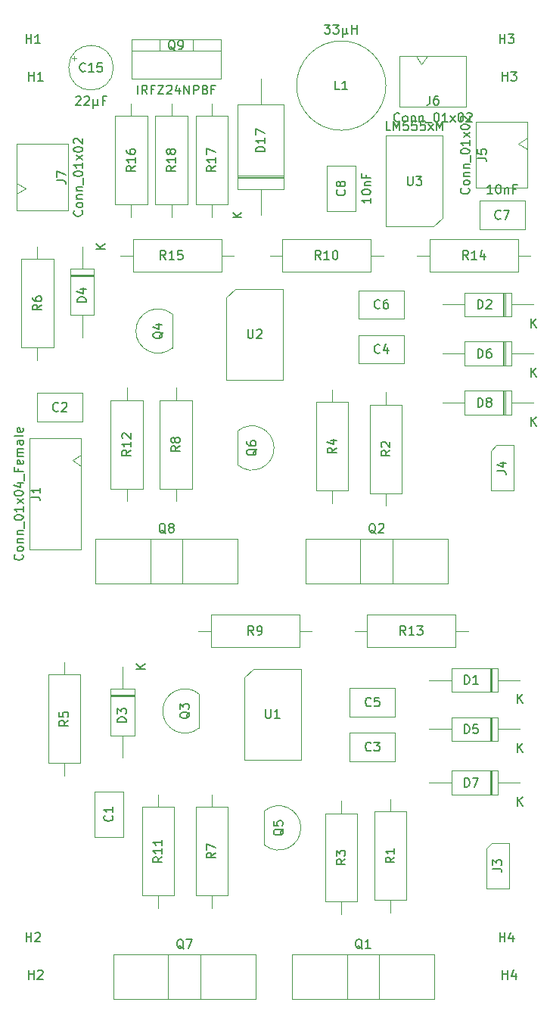
<source format=gbr>
%TF.GenerationSoftware,KiCad,Pcbnew,5.1.10-88a1d61d58~88~ubuntu20.04.1*%
%TF.CreationDate,2021-06-28T09:18:53+01:00*%
%TF.ProjectId,spike_n_hold,7370696b-655f-46e5-9f68-6f6c642e6b69,rev?*%
%TF.SameCoordinates,Original*%
%TF.FileFunction,Other,Fab,Top*%
%FSLAX46Y46*%
G04 Gerber Fmt 4.6, Leading zero omitted, Abs format (unit mm)*
G04 Created by KiCad (PCBNEW 5.1.10-88a1d61d58~88~ubuntu20.04.1) date 2021-06-28 09:18:53*
%MOMM*%
%LPD*%
G01*
G04 APERTURE LIST*
%ADD10C,0.100000*%
%ADD11C,0.150000*%
G04 APERTURE END LIST*
D10*
%TO.C,L1*%
X148500000Y-38500000D02*
G75*
G03*
X148500000Y-38500000I-5000000J0D01*
G01*
%TO.C,J7*%
X107150000Y-52450000D02*
X112900000Y-52450000D01*
X112900000Y-52450000D02*
X112900000Y-45050000D01*
X112900000Y-45050000D02*
X107150000Y-45050000D01*
X107150000Y-45050000D02*
X107150000Y-52450000D01*
X107150000Y-50625000D02*
X108150000Y-50000000D01*
X108150000Y-50000000D02*
X107150000Y-49375000D01*
%TO.C,R15*%
X130100000Y-59300000D02*
X130100000Y-55700000D01*
X130100000Y-55700000D02*
X120200000Y-55700000D01*
X120200000Y-55700000D02*
X120200000Y-59300000D01*
X120200000Y-59300000D02*
X130100000Y-59300000D01*
X131500000Y-57500000D02*
X130100000Y-57500000D01*
X118800000Y-57500000D02*
X120200000Y-57500000D01*
%TO.C,C15*%
X118000000Y-36500000D02*
G75*
G03*
X118000000Y-36500000I-2500000J0D01*
G01*
X113366395Y-35412500D02*
X113866395Y-35412500D01*
X113616395Y-35162500D02*
X113616395Y-35662500D01*
%TO.C,U3*%
X153865000Y-54270000D02*
X148515000Y-54270000D01*
X148515000Y-54270000D02*
X148515000Y-44110000D01*
X148515000Y-44110000D02*
X154865000Y-44110000D01*
X154865000Y-44110000D02*
X154865000Y-53270000D01*
X154865000Y-53270000D02*
X153865000Y-54270000D01*
%TO.C,R18*%
X126300000Y-41900000D02*
X122700000Y-41900000D01*
X122700000Y-41900000D02*
X122700000Y-51800000D01*
X122700000Y-51800000D02*
X126300000Y-51800000D01*
X126300000Y-51800000D02*
X126300000Y-41900000D01*
X124500000Y-40500000D02*
X124500000Y-41900000D01*
X124500000Y-53200000D02*
X124500000Y-51800000D01*
%TO.C,R17*%
X130800000Y-41900000D02*
X127200000Y-41900000D01*
X127200000Y-41900000D02*
X127200000Y-51800000D01*
X127200000Y-51800000D02*
X130800000Y-51800000D01*
X130800000Y-51800000D02*
X130800000Y-41900000D01*
X129000000Y-40500000D02*
X129000000Y-41900000D01*
X129000000Y-53200000D02*
X129000000Y-51800000D01*
%TO.C,Q9*%
X120040000Y-33350000D02*
X120040000Y-37750000D01*
X120040000Y-37750000D02*
X130040000Y-37750000D01*
X130040000Y-37750000D02*
X130040000Y-33350000D01*
X130040000Y-33350000D02*
X120040000Y-33350000D01*
X120040000Y-34620000D02*
X130040000Y-34620000D01*
X123190000Y-33350000D02*
X123190000Y-34620000D01*
X126890000Y-33350000D02*
X126890000Y-34620000D01*
%TO.C,J6*%
X150050000Y-35150000D02*
X150050000Y-40900000D01*
X150050000Y-40900000D02*
X157450000Y-40900000D01*
X157450000Y-40900000D02*
X157450000Y-35150000D01*
X157450000Y-35150000D02*
X150050000Y-35150000D01*
X151875000Y-35150000D02*
X152500000Y-36150000D01*
X152500000Y-36150000D02*
X153125000Y-35150000D01*
%TO.C,J5*%
X164350000Y-42550000D02*
X158600000Y-42550000D01*
X158600000Y-42550000D02*
X158600000Y-49950000D01*
X158600000Y-49950000D02*
X164350000Y-49950000D01*
X164350000Y-49950000D02*
X164350000Y-42550000D01*
X164350000Y-44375000D02*
X163350000Y-45000000D01*
X163350000Y-45000000D02*
X164350000Y-45625000D01*
%TO.C,C8*%
X141900000Y-52550000D02*
X145100000Y-52550000D01*
X145100000Y-52550000D02*
X145100000Y-47450000D01*
X145100000Y-47450000D02*
X141900000Y-47450000D01*
X141900000Y-47450000D02*
X141900000Y-52550000D01*
%TO.C,C7*%
X164050000Y-54600000D02*
X164050000Y-51400000D01*
X164050000Y-51400000D02*
X158950000Y-51400000D01*
X158950000Y-51400000D02*
X158950000Y-54600000D01*
X158950000Y-54600000D02*
X164050000Y-54600000D01*
%TO.C,D4*%
X115850000Y-59660000D02*
X113150000Y-59660000D01*
X115850000Y-59860000D02*
X113150000Y-59860000D01*
X115850000Y-59760000D02*
X113150000Y-59760000D01*
X114500000Y-66660000D02*
X114500000Y-64180000D01*
X114500000Y-56500000D02*
X114500000Y-58980000D01*
X115850000Y-64180000D02*
X115850000Y-58980000D01*
X113150000Y-64180000D02*
X115850000Y-64180000D01*
X113150000Y-58980000D02*
X113150000Y-64180000D01*
X115850000Y-58980000D02*
X113150000Y-58980000D01*
%TO.C,C1*%
X119100000Y-122550000D02*
X119100000Y-117450000D01*
X115900000Y-122550000D02*
X119100000Y-122550000D01*
X115900000Y-117450000D02*
X115900000Y-122550000D01*
X119100000Y-117450000D02*
X115900000Y-117450000D01*
%TO.C,C2*%
X114550000Y-72900000D02*
X109450000Y-72900000D01*
X114550000Y-76100000D02*
X114550000Y-72900000D01*
X109450000Y-76100000D02*
X114550000Y-76100000D01*
X109450000Y-72900000D02*
X109450000Y-76100000D01*
%TO.C,C3*%
X149550000Y-114100000D02*
X149550000Y-110900000D01*
X149550000Y-110900000D02*
X144450000Y-110900000D01*
X144450000Y-110900000D02*
X144450000Y-114100000D01*
X144450000Y-114100000D02*
X149550000Y-114100000D01*
%TO.C,C4*%
X150550000Y-69600000D02*
X150550000Y-66400000D01*
X150550000Y-66400000D02*
X145450000Y-66400000D01*
X145450000Y-66400000D02*
X145450000Y-69600000D01*
X145450000Y-69600000D02*
X150550000Y-69600000D01*
%TO.C,C5*%
X149550000Y-105900000D02*
X144450000Y-105900000D01*
X149550000Y-109100000D02*
X149550000Y-105900000D01*
X144450000Y-109100000D02*
X149550000Y-109100000D01*
X144450000Y-105900000D02*
X144450000Y-109100000D01*
%TO.C,C6*%
X145450000Y-61400000D02*
X145450000Y-64600000D01*
X145450000Y-64600000D02*
X150550000Y-64600000D01*
X150550000Y-64600000D02*
X150550000Y-61400000D01*
X150550000Y-61400000D02*
X145450000Y-61400000D01*
%TO.C,D1*%
X161020000Y-106350000D02*
X161020000Y-103650000D01*
X161020000Y-103650000D02*
X155820000Y-103650000D01*
X155820000Y-103650000D02*
X155820000Y-106350000D01*
X155820000Y-106350000D02*
X161020000Y-106350000D01*
X163500000Y-105000000D02*
X161020000Y-105000000D01*
X153340000Y-105000000D02*
X155820000Y-105000000D01*
X160240000Y-106350000D02*
X160240000Y-103650000D01*
X160140000Y-106350000D02*
X160140000Y-103650000D01*
X160340000Y-106350000D02*
X160340000Y-103650000D01*
%TO.C,D2*%
X161840000Y-64350000D02*
X161840000Y-61650000D01*
X161640000Y-64350000D02*
X161640000Y-61650000D01*
X161740000Y-64350000D02*
X161740000Y-61650000D01*
X154840000Y-63000000D02*
X157320000Y-63000000D01*
X165000000Y-63000000D02*
X162520000Y-63000000D01*
X157320000Y-64350000D02*
X162520000Y-64350000D01*
X157320000Y-61650000D02*
X157320000Y-64350000D01*
X162520000Y-61650000D02*
X157320000Y-61650000D01*
X162520000Y-64350000D02*
X162520000Y-61650000D01*
%TO.C,D3*%
X120350000Y-105980000D02*
X117650000Y-105980000D01*
X117650000Y-105980000D02*
X117650000Y-111180000D01*
X117650000Y-111180000D02*
X120350000Y-111180000D01*
X120350000Y-111180000D02*
X120350000Y-105980000D01*
X119000000Y-103500000D02*
X119000000Y-105980000D01*
X119000000Y-113660000D02*
X119000000Y-111180000D01*
X120350000Y-106760000D02*
X117650000Y-106760000D01*
X120350000Y-106860000D02*
X117650000Y-106860000D01*
X120350000Y-106660000D02*
X117650000Y-106660000D01*
%TO.C,D5*%
X161020000Y-111850000D02*
X161020000Y-109150000D01*
X161020000Y-109150000D02*
X155820000Y-109150000D01*
X155820000Y-109150000D02*
X155820000Y-111850000D01*
X155820000Y-111850000D02*
X161020000Y-111850000D01*
X163500000Y-110500000D02*
X161020000Y-110500000D01*
X153340000Y-110500000D02*
X155820000Y-110500000D01*
X160240000Y-111850000D02*
X160240000Y-109150000D01*
X160140000Y-111850000D02*
X160140000Y-109150000D01*
X160340000Y-111850000D02*
X160340000Y-109150000D01*
%TO.C,D6*%
X162520000Y-69850000D02*
X162520000Y-67150000D01*
X162520000Y-67150000D02*
X157320000Y-67150000D01*
X157320000Y-67150000D02*
X157320000Y-69850000D01*
X157320000Y-69850000D02*
X162520000Y-69850000D01*
X165000000Y-68500000D02*
X162520000Y-68500000D01*
X154840000Y-68500000D02*
X157320000Y-68500000D01*
X161740000Y-69850000D02*
X161740000Y-67150000D01*
X161640000Y-69850000D02*
X161640000Y-67150000D01*
X161840000Y-69850000D02*
X161840000Y-67150000D01*
%TO.C,D7*%
X160340000Y-117850000D02*
X160340000Y-115150000D01*
X160140000Y-117850000D02*
X160140000Y-115150000D01*
X160240000Y-117850000D02*
X160240000Y-115150000D01*
X153340000Y-116500000D02*
X155820000Y-116500000D01*
X163500000Y-116500000D02*
X161020000Y-116500000D01*
X155820000Y-117850000D02*
X161020000Y-117850000D01*
X155820000Y-115150000D02*
X155820000Y-117850000D01*
X161020000Y-115150000D02*
X155820000Y-115150000D01*
X161020000Y-117850000D02*
X161020000Y-115150000D01*
%TO.C,D8*%
X162520000Y-75350000D02*
X162520000Y-72650000D01*
X162520000Y-72650000D02*
X157320000Y-72650000D01*
X157320000Y-72650000D02*
X157320000Y-75350000D01*
X157320000Y-75350000D02*
X162520000Y-75350000D01*
X165000000Y-74000000D02*
X162520000Y-74000000D01*
X154840000Y-74000000D02*
X157320000Y-74000000D01*
X161740000Y-75350000D02*
X161740000Y-72650000D01*
X161640000Y-75350000D02*
X161640000Y-72650000D01*
X161840000Y-75350000D02*
X161840000Y-72650000D01*
%TO.C,D17*%
X131900000Y-48805000D02*
X137100000Y-48805000D01*
X131900000Y-48605000D02*
X137100000Y-48605000D01*
X131900000Y-48705000D02*
X137100000Y-48705000D01*
X134500000Y-37760000D02*
X134500000Y-40630000D01*
X134500000Y-53000000D02*
X134500000Y-50130000D01*
X131900000Y-40630000D02*
X131900000Y-50130000D01*
X137100000Y-40630000D02*
X131900000Y-40630000D01*
X137100000Y-50130000D02*
X137100000Y-40630000D01*
X131900000Y-50130000D02*
X137100000Y-50130000D01*
%TO.C,J3*%
X159730000Y-123865000D02*
X160365000Y-123230000D01*
X159730000Y-128310000D02*
X159730000Y-123865000D01*
X162270000Y-128310000D02*
X159730000Y-128310000D01*
X162270000Y-123230000D02*
X162270000Y-128310000D01*
X160365000Y-123230000D02*
X162270000Y-123230000D01*
%TO.C,J4*%
X160865000Y-78730000D02*
X162770000Y-78730000D01*
X162770000Y-78730000D02*
X162770000Y-83810000D01*
X162770000Y-83810000D02*
X160230000Y-83810000D01*
X160230000Y-83810000D02*
X160230000Y-79365000D01*
X160230000Y-79365000D02*
X160865000Y-78730000D01*
%TO.C,Q1*%
X138000000Y-135670000D02*
X138000000Y-140700000D01*
X138000000Y-140700000D02*
X153900000Y-140700000D01*
X153900000Y-140700000D02*
X153900000Y-135670000D01*
X153900000Y-135670000D02*
X138000000Y-135670000D01*
X144145000Y-135670000D02*
X144145000Y-140700000D01*
X147755000Y-135670000D02*
X147755000Y-140700000D01*
%TO.C,Q2*%
X149255000Y-89170000D02*
X149255000Y-94200000D01*
X145645000Y-89170000D02*
X145645000Y-94200000D01*
X155400000Y-89170000D02*
X139500000Y-89170000D01*
X155400000Y-94200000D02*
X155400000Y-89170000D01*
X139500000Y-94200000D02*
X155400000Y-94200000D01*
X139500000Y-89170000D02*
X139500000Y-94200000D01*
%TO.C,Q7*%
X118000000Y-135670000D02*
X118000000Y-140700000D01*
X118000000Y-140700000D02*
X133900000Y-140700000D01*
X133900000Y-140700000D02*
X133900000Y-135670000D01*
X133900000Y-135670000D02*
X118000000Y-135670000D01*
X124145000Y-135670000D02*
X124145000Y-140700000D01*
X127755000Y-135670000D02*
X127755000Y-140700000D01*
%TO.C,Q8*%
X116000000Y-89170000D02*
X116000000Y-94200000D01*
X116000000Y-94200000D02*
X131900000Y-94200000D01*
X131900000Y-94200000D02*
X131900000Y-89170000D01*
X131900000Y-89170000D02*
X116000000Y-89170000D01*
X122145000Y-89170000D02*
X122145000Y-94200000D01*
X125755000Y-89170000D02*
X125755000Y-94200000D01*
%TO.C,R1*%
X149000000Y-118300000D02*
X149000000Y-119700000D01*
X149000000Y-131000000D02*
X149000000Y-129600000D01*
X147200000Y-119700000D02*
X147200000Y-129600000D01*
X150800000Y-119700000D02*
X147200000Y-119700000D01*
X150800000Y-129600000D02*
X150800000Y-119700000D01*
X147200000Y-129600000D02*
X150800000Y-129600000D01*
%TO.C,R2*%
X146700000Y-84100000D02*
X150300000Y-84100000D01*
X150300000Y-84100000D02*
X150300000Y-74200000D01*
X150300000Y-74200000D02*
X146700000Y-74200000D01*
X146700000Y-74200000D02*
X146700000Y-84100000D01*
X148500000Y-85500000D02*
X148500000Y-84100000D01*
X148500000Y-72800000D02*
X148500000Y-74200000D01*
%TO.C,R3*%
X145300000Y-119900000D02*
X141700000Y-119900000D01*
X141700000Y-119900000D02*
X141700000Y-129800000D01*
X141700000Y-129800000D02*
X145300000Y-129800000D01*
X145300000Y-129800000D02*
X145300000Y-119900000D01*
X143500000Y-118500000D02*
X143500000Y-119900000D01*
X143500000Y-131200000D02*
X143500000Y-129800000D01*
%TO.C,R4*%
X142500000Y-85200000D02*
X142500000Y-83800000D01*
X142500000Y-72500000D02*
X142500000Y-73900000D01*
X144300000Y-83800000D02*
X144300000Y-73900000D01*
X140700000Y-83800000D02*
X144300000Y-83800000D01*
X140700000Y-73900000D02*
X140700000Y-83800000D01*
X144300000Y-73900000D02*
X140700000Y-73900000D01*
%TO.C,R5*%
X114300000Y-104400000D02*
X110700000Y-104400000D01*
X110700000Y-104400000D02*
X110700000Y-114300000D01*
X110700000Y-114300000D02*
X114300000Y-114300000D01*
X114300000Y-114300000D02*
X114300000Y-104400000D01*
X112500000Y-103000000D02*
X112500000Y-104400000D01*
X112500000Y-115700000D02*
X112500000Y-114300000D01*
%TO.C,R6*%
X109500000Y-69200000D02*
X109500000Y-67800000D01*
X109500000Y-56500000D02*
X109500000Y-57900000D01*
X111300000Y-67800000D02*
X111300000Y-57900000D01*
X107700000Y-67800000D02*
X111300000Y-67800000D01*
X107700000Y-57900000D02*
X107700000Y-67800000D01*
X111300000Y-57900000D02*
X107700000Y-57900000D01*
%TO.C,R7*%
X127200000Y-129100000D02*
X130800000Y-129100000D01*
X130800000Y-129100000D02*
X130800000Y-119200000D01*
X130800000Y-119200000D02*
X127200000Y-119200000D01*
X127200000Y-119200000D02*
X127200000Y-129100000D01*
X129000000Y-130500000D02*
X129000000Y-129100000D01*
X129000000Y-117800000D02*
X129000000Y-119200000D01*
%TO.C,R8*%
X125000000Y-72300000D02*
X125000000Y-73700000D01*
X125000000Y-85000000D02*
X125000000Y-83600000D01*
X123200000Y-73700000D02*
X123200000Y-83600000D01*
X126800000Y-73700000D02*
X123200000Y-73700000D01*
X126800000Y-83600000D02*
X126800000Y-73700000D01*
X123200000Y-83600000D02*
X126800000Y-83600000D01*
%TO.C,R9*%
X140200000Y-99500000D02*
X138800000Y-99500000D01*
X127500000Y-99500000D02*
X128900000Y-99500000D01*
X138800000Y-97700000D02*
X128900000Y-97700000D01*
X138800000Y-101300000D02*
X138800000Y-97700000D01*
X128900000Y-101300000D02*
X138800000Y-101300000D01*
X128900000Y-97700000D02*
X128900000Y-101300000D01*
%TO.C,R10*%
X136900000Y-55700000D02*
X136900000Y-59300000D01*
X136900000Y-59300000D02*
X146800000Y-59300000D01*
X146800000Y-59300000D02*
X146800000Y-55700000D01*
X146800000Y-55700000D02*
X136900000Y-55700000D01*
X135500000Y-57500000D02*
X136900000Y-57500000D01*
X148200000Y-57500000D02*
X146800000Y-57500000D01*
%TO.C,R11*%
X123000000Y-117800000D02*
X123000000Y-119200000D01*
X123000000Y-130500000D02*
X123000000Y-129100000D01*
X121200000Y-119200000D02*
X121200000Y-129100000D01*
X124800000Y-119200000D02*
X121200000Y-119200000D01*
X124800000Y-129100000D02*
X124800000Y-119200000D01*
X121200000Y-129100000D02*
X124800000Y-129100000D01*
%TO.C,R12*%
X117700000Y-83600000D02*
X121300000Y-83600000D01*
X121300000Y-83600000D02*
X121300000Y-73700000D01*
X121300000Y-73700000D02*
X117700000Y-73700000D01*
X117700000Y-73700000D02*
X117700000Y-83600000D01*
X119500000Y-85000000D02*
X119500000Y-83600000D01*
X119500000Y-72300000D02*
X119500000Y-73700000D01*
%TO.C,R13*%
X146400000Y-97700000D02*
X146400000Y-101300000D01*
X146400000Y-101300000D02*
X156300000Y-101300000D01*
X156300000Y-101300000D02*
X156300000Y-97700000D01*
X156300000Y-97700000D02*
X146400000Y-97700000D01*
X145000000Y-99500000D02*
X146400000Y-99500000D01*
X157700000Y-99500000D02*
X156300000Y-99500000D01*
%TO.C,R14*%
X164700000Y-57500000D02*
X163300000Y-57500000D01*
X152000000Y-57500000D02*
X153400000Y-57500000D01*
X163300000Y-55700000D02*
X153400000Y-55700000D01*
X163300000Y-59300000D02*
X163300000Y-55700000D01*
X153400000Y-59300000D02*
X163300000Y-59300000D01*
X153400000Y-55700000D02*
X153400000Y-59300000D01*
%TO.C,U1*%
X132635000Y-104730000D02*
X133635000Y-103730000D01*
X132635000Y-113890000D02*
X132635000Y-104730000D01*
X138985000Y-113890000D02*
X132635000Y-113890000D01*
X138985000Y-103730000D02*
X138985000Y-113890000D01*
X133635000Y-103730000D02*
X138985000Y-103730000D01*
%TO.C,U2*%
X130635000Y-62230000D02*
X131635000Y-61230000D01*
X130635000Y-71390000D02*
X130635000Y-62230000D01*
X136985000Y-71390000D02*
X130635000Y-71390000D01*
X136985000Y-61230000D02*
X136985000Y-71390000D01*
X131635000Y-61230000D02*
X136985000Y-61230000D01*
%TO.C,Q3*%
X127600000Y-110350000D02*
X127600000Y-106600000D01*
X127592547Y-106558897D02*
G75*
G03*
X123520000Y-108460000I-1592547J-1901103D01*
G01*
X127602385Y-110352818D02*
G75*
G02*
X123520000Y-108460000I-1602385J1892818D01*
G01*
%TO.C,Q4*%
X124600000Y-67850000D02*
X124600000Y-64100000D01*
X124602385Y-67852818D02*
G75*
G02*
X120520000Y-65960000I-1602385J1892818D01*
G01*
X124592547Y-64058897D02*
G75*
G03*
X120520000Y-65960000I-1592547J-1901103D01*
G01*
%TO.C,Q5*%
X134900000Y-119650000D02*
X134900000Y-123400000D01*
X134897615Y-119647182D02*
G75*
G02*
X138980000Y-121540000I1602385J-1892818D01*
G01*
X134907453Y-123441103D02*
G75*
G03*
X138980000Y-121540000I1592547J1901103D01*
G01*
%TO.C,Q6*%
X131900000Y-77150000D02*
X131900000Y-80900000D01*
X131897615Y-77147182D02*
G75*
G02*
X135980000Y-79040000I1602385J-1892818D01*
G01*
X131907453Y-80941103D02*
G75*
G03*
X135980000Y-79040000I1592547J1901103D01*
G01*
%TO.C,R16*%
X120000000Y-53200000D02*
X120000000Y-51800000D01*
X120000000Y-40500000D02*
X120000000Y-41900000D01*
X121800000Y-51800000D02*
X121800000Y-41900000D01*
X118200000Y-51800000D02*
X121800000Y-51800000D01*
X118200000Y-41900000D02*
X118200000Y-51800000D01*
X121800000Y-41900000D02*
X118200000Y-41900000D01*
%TO.C,J1*%
X113398000Y-80426000D02*
X114398000Y-81051000D01*
X114398000Y-79801000D02*
X113398000Y-80426000D01*
X114398000Y-90376000D02*
X114398000Y-77976000D01*
X108648000Y-90376000D02*
X114398000Y-90376000D01*
X108648000Y-77976000D02*
X108648000Y-90376000D01*
X114398000Y-77976000D02*
X108648000Y-77976000D01*
%TD*%
%TO.C,L1*%
D11*
X141642857Y-31702380D02*
X142261904Y-31702380D01*
X141928571Y-32083333D01*
X142071428Y-32083333D01*
X142166666Y-32130952D01*
X142214285Y-32178571D01*
X142261904Y-32273809D01*
X142261904Y-32511904D01*
X142214285Y-32607142D01*
X142166666Y-32654761D01*
X142071428Y-32702380D01*
X141785714Y-32702380D01*
X141690476Y-32654761D01*
X141642857Y-32607142D01*
X142595238Y-31702380D02*
X143214285Y-31702380D01*
X142880952Y-32083333D01*
X143023809Y-32083333D01*
X143119047Y-32130952D01*
X143166666Y-32178571D01*
X143214285Y-32273809D01*
X143214285Y-32511904D01*
X143166666Y-32607142D01*
X143119047Y-32654761D01*
X143023809Y-32702380D01*
X142738095Y-32702380D01*
X142642857Y-32654761D01*
X142595238Y-32607142D01*
X143642857Y-32035714D02*
X143642857Y-33035714D01*
X144119047Y-32559523D02*
X144166666Y-32654761D01*
X144261904Y-32702380D01*
X143642857Y-32559523D02*
X143690476Y-32654761D01*
X143785714Y-32702380D01*
X143976190Y-32702380D01*
X144071428Y-32654761D01*
X144119047Y-32559523D01*
X144119047Y-32035714D01*
X144690476Y-32702380D02*
X144690476Y-31702380D01*
X144690476Y-32178571D02*
X145261904Y-32178571D01*
X145261904Y-32702380D02*
X145261904Y-31702380D01*
X143333333Y-38952380D02*
X142857142Y-38952380D01*
X142857142Y-37952380D01*
X144190476Y-38952380D02*
X143619047Y-38952380D01*
X143904761Y-38952380D02*
X143904761Y-37952380D01*
X143809523Y-38095238D01*
X143714285Y-38190476D01*
X143619047Y-38238095D01*
%TO.C,J7*%
X114457142Y-52488095D02*
X114504761Y-52535714D01*
X114552380Y-52678571D01*
X114552380Y-52773809D01*
X114504761Y-52916666D01*
X114409523Y-53011904D01*
X114314285Y-53059523D01*
X114123809Y-53107142D01*
X113980952Y-53107142D01*
X113790476Y-53059523D01*
X113695238Y-53011904D01*
X113600000Y-52916666D01*
X113552380Y-52773809D01*
X113552380Y-52678571D01*
X113600000Y-52535714D01*
X113647619Y-52488095D01*
X114552380Y-51916666D02*
X114504761Y-52011904D01*
X114457142Y-52059523D01*
X114361904Y-52107142D01*
X114076190Y-52107142D01*
X113980952Y-52059523D01*
X113933333Y-52011904D01*
X113885714Y-51916666D01*
X113885714Y-51773809D01*
X113933333Y-51678571D01*
X113980952Y-51630952D01*
X114076190Y-51583333D01*
X114361904Y-51583333D01*
X114457142Y-51630952D01*
X114504761Y-51678571D01*
X114552380Y-51773809D01*
X114552380Y-51916666D01*
X113885714Y-51154761D02*
X114552380Y-51154761D01*
X113980952Y-51154761D02*
X113933333Y-51107142D01*
X113885714Y-51011904D01*
X113885714Y-50869047D01*
X113933333Y-50773809D01*
X114028571Y-50726190D01*
X114552380Y-50726190D01*
X113885714Y-50250000D02*
X114552380Y-50250000D01*
X113980952Y-50250000D02*
X113933333Y-50202380D01*
X113885714Y-50107142D01*
X113885714Y-49964285D01*
X113933333Y-49869047D01*
X114028571Y-49821428D01*
X114552380Y-49821428D01*
X114647619Y-49583333D02*
X114647619Y-48821428D01*
X113552380Y-48392857D02*
X113552380Y-48297619D01*
X113600000Y-48202380D01*
X113647619Y-48154761D01*
X113742857Y-48107142D01*
X113933333Y-48059523D01*
X114171428Y-48059523D01*
X114361904Y-48107142D01*
X114457142Y-48154761D01*
X114504761Y-48202380D01*
X114552380Y-48297619D01*
X114552380Y-48392857D01*
X114504761Y-48488095D01*
X114457142Y-48535714D01*
X114361904Y-48583333D01*
X114171428Y-48630952D01*
X113933333Y-48630952D01*
X113742857Y-48583333D01*
X113647619Y-48535714D01*
X113600000Y-48488095D01*
X113552380Y-48392857D01*
X114552380Y-47107142D02*
X114552380Y-47678571D01*
X114552380Y-47392857D02*
X113552380Y-47392857D01*
X113695238Y-47488095D01*
X113790476Y-47583333D01*
X113838095Y-47678571D01*
X114552380Y-46773809D02*
X113885714Y-46250000D01*
X113885714Y-46773809D02*
X114552380Y-46250000D01*
X113552380Y-45678571D02*
X113552380Y-45583333D01*
X113600000Y-45488095D01*
X113647619Y-45440476D01*
X113742857Y-45392857D01*
X113933333Y-45345238D01*
X114171428Y-45345238D01*
X114361904Y-45392857D01*
X114457142Y-45440476D01*
X114504761Y-45488095D01*
X114552380Y-45583333D01*
X114552380Y-45678571D01*
X114504761Y-45773809D01*
X114457142Y-45821428D01*
X114361904Y-45869047D01*
X114171428Y-45916666D01*
X113933333Y-45916666D01*
X113742857Y-45869047D01*
X113647619Y-45821428D01*
X113600000Y-45773809D01*
X113552380Y-45678571D01*
X113647619Y-44964285D02*
X113600000Y-44916666D01*
X113552380Y-44821428D01*
X113552380Y-44583333D01*
X113600000Y-44488095D01*
X113647619Y-44440476D01*
X113742857Y-44392857D01*
X113838095Y-44392857D01*
X113980952Y-44440476D01*
X114552380Y-45011904D01*
X114552380Y-44392857D01*
X111652380Y-49083333D02*
X112366666Y-49083333D01*
X112509523Y-49130952D01*
X112604761Y-49226190D01*
X112652380Y-49369047D01*
X112652380Y-49464285D01*
X111652380Y-48702380D02*
X111652380Y-48035714D01*
X112652380Y-48464285D01*
%TO.C,R15*%
X123857142Y-57952380D02*
X123523809Y-57476190D01*
X123285714Y-57952380D02*
X123285714Y-56952380D01*
X123666666Y-56952380D01*
X123761904Y-57000000D01*
X123809523Y-57047619D01*
X123857142Y-57142857D01*
X123857142Y-57285714D01*
X123809523Y-57380952D01*
X123761904Y-57428571D01*
X123666666Y-57476190D01*
X123285714Y-57476190D01*
X124809523Y-57952380D02*
X124238095Y-57952380D01*
X124523809Y-57952380D02*
X124523809Y-56952380D01*
X124428571Y-57095238D01*
X124333333Y-57190476D01*
X124238095Y-57238095D01*
X125714285Y-56952380D02*
X125238095Y-56952380D01*
X125190476Y-57428571D01*
X125238095Y-57380952D01*
X125333333Y-57333333D01*
X125571428Y-57333333D01*
X125666666Y-57380952D01*
X125714285Y-57428571D01*
X125761904Y-57523809D01*
X125761904Y-57761904D01*
X125714285Y-57857142D01*
X125666666Y-57904761D01*
X125571428Y-57952380D01*
X125333333Y-57952380D01*
X125238095Y-57904761D01*
X125190476Y-57857142D01*
%TO.C,C15*%
X113785714Y-39797619D02*
X113833333Y-39750000D01*
X113928571Y-39702380D01*
X114166666Y-39702380D01*
X114261904Y-39750000D01*
X114309523Y-39797619D01*
X114357142Y-39892857D01*
X114357142Y-39988095D01*
X114309523Y-40130952D01*
X113738095Y-40702380D01*
X114357142Y-40702380D01*
X114738095Y-39797619D02*
X114785714Y-39750000D01*
X114880952Y-39702380D01*
X115119047Y-39702380D01*
X115214285Y-39750000D01*
X115261904Y-39797619D01*
X115309523Y-39892857D01*
X115309523Y-39988095D01*
X115261904Y-40130952D01*
X114690476Y-40702380D01*
X115309523Y-40702380D01*
X115738095Y-40035714D02*
X115738095Y-41035714D01*
X116214285Y-40559523D02*
X116261904Y-40654761D01*
X116357142Y-40702380D01*
X115738095Y-40559523D02*
X115785714Y-40654761D01*
X115880952Y-40702380D01*
X116071428Y-40702380D01*
X116166666Y-40654761D01*
X116214285Y-40559523D01*
X116214285Y-40035714D01*
X117119047Y-40178571D02*
X116785714Y-40178571D01*
X116785714Y-40702380D02*
X116785714Y-39702380D01*
X117261904Y-39702380D01*
X114857142Y-36857142D02*
X114809523Y-36904761D01*
X114666666Y-36952380D01*
X114571428Y-36952380D01*
X114428571Y-36904761D01*
X114333333Y-36809523D01*
X114285714Y-36714285D01*
X114238095Y-36523809D01*
X114238095Y-36380952D01*
X114285714Y-36190476D01*
X114333333Y-36095238D01*
X114428571Y-36000000D01*
X114571428Y-35952380D01*
X114666666Y-35952380D01*
X114809523Y-36000000D01*
X114857142Y-36047619D01*
X115809523Y-36952380D02*
X115238095Y-36952380D01*
X115523809Y-36952380D02*
X115523809Y-35952380D01*
X115428571Y-36095238D01*
X115333333Y-36190476D01*
X115238095Y-36238095D01*
X116714285Y-35952380D02*
X116238095Y-35952380D01*
X116190476Y-36428571D01*
X116238095Y-36380952D01*
X116333333Y-36333333D01*
X116571428Y-36333333D01*
X116666666Y-36380952D01*
X116714285Y-36428571D01*
X116761904Y-36523809D01*
X116761904Y-36761904D01*
X116714285Y-36857142D01*
X116666666Y-36904761D01*
X116571428Y-36952380D01*
X116333333Y-36952380D01*
X116238095Y-36904761D01*
X116190476Y-36857142D01*
%TO.C,U3*%
X149023333Y-43502380D02*
X148547142Y-43502380D01*
X148547142Y-42502380D01*
X149356666Y-43502380D02*
X149356666Y-42502380D01*
X149690000Y-43216666D01*
X150023333Y-42502380D01*
X150023333Y-43502380D01*
X150975714Y-42502380D02*
X150499523Y-42502380D01*
X150451904Y-42978571D01*
X150499523Y-42930952D01*
X150594761Y-42883333D01*
X150832857Y-42883333D01*
X150928095Y-42930952D01*
X150975714Y-42978571D01*
X151023333Y-43073809D01*
X151023333Y-43311904D01*
X150975714Y-43407142D01*
X150928095Y-43454761D01*
X150832857Y-43502380D01*
X150594761Y-43502380D01*
X150499523Y-43454761D01*
X150451904Y-43407142D01*
X151928095Y-42502380D02*
X151451904Y-42502380D01*
X151404285Y-42978571D01*
X151451904Y-42930952D01*
X151547142Y-42883333D01*
X151785238Y-42883333D01*
X151880476Y-42930952D01*
X151928095Y-42978571D01*
X151975714Y-43073809D01*
X151975714Y-43311904D01*
X151928095Y-43407142D01*
X151880476Y-43454761D01*
X151785238Y-43502380D01*
X151547142Y-43502380D01*
X151451904Y-43454761D01*
X151404285Y-43407142D01*
X152880476Y-42502380D02*
X152404285Y-42502380D01*
X152356666Y-42978571D01*
X152404285Y-42930952D01*
X152499523Y-42883333D01*
X152737619Y-42883333D01*
X152832857Y-42930952D01*
X152880476Y-42978571D01*
X152928095Y-43073809D01*
X152928095Y-43311904D01*
X152880476Y-43407142D01*
X152832857Y-43454761D01*
X152737619Y-43502380D01*
X152499523Y-43502380D01*
X152404285Y-43454761D01*
X152356666Y-43407142D01*
X153261428Y-43502380D02*
X153785238Y-42835714D01*
X153261428Y-42835714D02*
X153785238Y-43502380D01*
X154166190Y-43502380D02*
X154166190Y-42502380D01*
X154499523Y-43216666D01*
X154832857Y-42502380D01*
X154832857Y-43502380D01*
X150928095Y-48642380D02*
X150928095Y-49451904D01*
X150975714Y-49547142D01*
X151023333Y-49594761D01*
X151118571Y-49642380D01*
X151309047Y-49642380D01*
X151404285Y-49594761D01*
X151451904Y-49547142D01*
X151499523Y-49451904D01*
X151499523Y-48642380D01*
X151880476Y-48642380D02*
X152499523Y-48642380D01*
X152166190Y-49023333D01*
X152309047Y-49023333D01*
X152404285Y-49070952D01*
X152451904Y-49118571D01*
X152499523Y-49213809D01*
X152499523Y-49451904D01*
X152451904Y-49547142D01*
X152404285Y-49594761D01*
X152309047Y-49642380D01*
X152023333Y-49642380D01*
X151928095Y-49594761D01*
X151880476Y-49547142D01*
%TO.C,R18*%
X124952380Y-47492857D02*
X124476190Y-47826190D01*
X124952380Y-48064285D02*
X123952380Y-48064285D01*
X123952380Y-47683333D01*
X124000000Y-47588095D01*
X124047619Y-47540476D01*
X124142857Y-47492857D01*
X124285714Y-47492857D01*
X124380952Y-47540476D01*
X124428571Y-47588095D01*
X124476190Y-47683333D01*
X124476190Y-48064285D01*
X124952380Y-46540476D02*
X124952380Y-47111904D01*
X124952380Y-46826190D02*
X123952380Y-46826190D01*
X124095238Y-46921428D01*
X124190476Y-47016666D01*
X124238095Y-47111904D01*
X124380952Y-45969047D02*
X124333333Y-46064285D01*
X124285714Y-46111904D01*
X124190476Y-46159523D01*
X124142857Y-46159523D01*
X124047619Y-46111904D01*
X124000000Y-46064285D01*
X123952380Y-45969047D01*
X123952380Y-45778571D01*
X124000000Y-45683333D01*
X124047619Y-45635714D01*
X124142857Y-45588095D01*
X124190476Y-45588095D01*
X124285714Y-45635714D01*
X124333333Y-45683333D01*
X124380952Y-45778571D01*
X124380952Y-45969047D01*
X124428571Y-46064285D01*
X124476190Y-46111904D01*
X124571428Y-46159523D01*
X124761904Y-46159523D01*
X124857142Y-46111904D01*
X124904761Y-46064285D01*
X124952380Y-45969047D01*
X124952380Y-45778571D01*
X124904761Y-45683333D01*
X124857142Y-45635714D01*
X124761904Y-45588095D01*
X124571428Y-45588095D01*
X124476190Y-45635714D01*
X124428571Y-45683333D01*
X124380952Y-45778571D01*
%TO.C,R17*%
X129452380Y-47492857D02*
X128976190Y-47826190D01*
X129452380Y-48064285D02*
X128452380Y-48064285D01*
X128452380Y-47683333D01*
X128500000Y-47588095D01*
X128547619Y-47540476D01*
X128642857Y-47492857D01*
X128785714Y-47492857D01*
X128880952Y-47540476D01*
X128928571Y-47588095D01*
X128976190Y-47683333D01*
X128976190Y-48064285D01*
X129452380Y-46540476D02*
X129452380Y-47111904D01*
X129452380Y-46826190D02*
X128452380Y-46826190D01*
X128595238Y-46921428D01*
X128690476Y-47016666D01*
X128738095Y-47111904D01*
X128452380Y-46207142D02*
X128452380Y-45540476D01*
X129452380Y-45969047D01*
%TO.C,Q9*%
X120730476Y-39452380D02*
X120730476Y-38452380D01*
X121778095Y-39452380D02*
X121444761Y-38976190D01*
X121206666Y-39452380D02*
X121206666Y-38452380D01*
X121587619Y-38452380D01*
X121682857Y-38500000D01*
X121730476Y-38547619D01*
X121778095Y-38642857D01*
X121778095Y-38785714D01*
X121730476Y-38880952D01*
X121682857Y-38928571D01*
X121587619Y-38976190D01*
X121206666Y-38976190D01*
X122540000Y-38928571D02*
X122206666Y-38928571D01*
X122206666Y-39452380D02*
X122206666Y-38452380D01*
X122682857Y-38452380D01*
X122968571Y-38452380D02*
X123635238Y-38452380D01*
X122968571Y-39452380D01*
X123635238Y-39452380D01*
X123968571Y-38547619D02*
X124016190Y-38500000D01*
X124111428Y-38452380D01*
X124349523Y-38452380D01*
X124444761Y-38500000D01*
X124492380Y-38547619D01*
X124540000Y-38642857D01*
X124540000Y-38738095D01*
X124492380Y-38880952D01*
X123920952Y-39452380D01*
X124540000Y-39452380D01*
X125397142Y-38785714D02*
X125397142Y-39452380D01*
X125159047Y-38404761D02*
X124920952Y-39119047D01*
X125540000Y-39119047D01*
X125920952Y-39452380D02*
X125920952Y-38452380D01*
X126492380Y-39452380D01*
X126492380Y-38452380D01*
X126968571Y-39452380D02*
X126968571Y-38452380D01*
X127349523Y-38452380D01*
X127444761Y-38500000D01*
X127492380Y-38547619D01*
X127540000Y-38642857D01*
X127540000Y-38785714D01*
X127492380Y-38880952D01*
X127444761Y-38928571D01*
X127349523Y-38976190D01*
X126968571Y-38976190D01*
X128301904Y-38928571D02*
X128444761Y-38976190D01*
X128492380Y-39023809D01*
X128540000Y-39119047D01*
X128540000Y-39261904D01*
X128492380Y-39357142D01*
X128444761Y-39404761D01*
X128349523Y-39452380D01*
X127968571Y-39452380D01*
X127968571Y-38452380D01*
X128301904Y-38452380D01*
X128397142Y-38500000D01*
X128444761Y-38547619D01*
X128492380Y-38642857D01*
X128492380Y-38738095D01*
X128444761Y-38833333D01*
X128397142Y-38880952D01*
X128301904Y-38928571D01*
X127968571Y-38928571D01*
X129301904Y-38928571D02*
X128968571Y-38928571D01*
X128968571Y-39452380D02*
X128968571Y-38452380D01*
X129444761Y-38452380D01*
X124904761Y-34547619D02*
X124809523Y-34500000D01*
X124714285Y-34404761D01*
X124571428Y-34261904D01*
X124476190Y-34214285D01*
X124380952Y-34214285D01*
X124428571Y-34452380D02*
X124333333Y-34404761D01*
X124238095Y-34309523D01*
X124190476Y-34119047D01*
X124190476Y-33785714D01*
X124238095Y-33595238D01*
X124333333Y-33500000D01*
X124428571Y-33452380D01*
X124619047Y-33452380D01*
X124714285Y-33500000D01*
X124809523Y-33595238D01*
X124857142Y-33785714D01*
X124857142Y-34119047D01*
X124809523Y-34309523D01*
X124714285Y-34404761D01*
X124619047Y-34452380D01*
X124428571Y-34452380D01*
X125333333Y-34452380D02*
X125523809Y-34452380D01*
X125619047Y-34404761D01*
X125666666Y-34357142D01*
X125761904Y-34214285D01*
X125809523Y-34023809D01*
X125809523Y-33642857D01*
X125761904Y-33547619D01*
X125714285Y-33500000D01*
X125619047Y-33452380D01*
X125428571Y-33452380D01*
X125333333Y-33500000D01*
X125285714Y-33547619D01*
X125238095Y-33642857D01*
X125238095Y-33880952D01*
X125285714Y-33976190D01*
X125333333Y-34023809D01*
X125428571Y-34071428D01*
X125619047Y-34071428D01*
X125714285Y-34023809D01*
X125761904Y-33976190D01*
X125809523Y-33880952D01*
%TO.C,J6*%
X150011904Y-42457142D02*
X149964285Y-42504761D01*
X149821428Y-42552380D01*
X149726190Y-42552380D01*
X149583333Y-42504761D01*
X149488095Y-42409523D01*
X149440476Y-42314285D01*
X149392857Y-42123809D01*
X149392857Y-41980952D01*
X149440476Y-41790476D01*
X149488095Y-41695238D01*
X149583333Y-41600000D01*
X149726190Y-41552380D01*
X149821428Y-41552380D01*
X149964285Y-41600000D01*
X150011904Y-41647619D01*
X150583333Y-42552380D02*
X150488095Y-42504761D01*
X150440476Y-42457142D01*
X150392857Y-42361904D01*
X150392857Y-42076190D01*
X150440476Y-41980952D01*
X150488095Y-41933333D01*
X150583333Y-41885714D01*
X150726190Y-41885714D01*
X150821428Y-41933333D01*
X150869047Y-41980952D01*
X150916666Y-42076190D01*
X150916666Y-42361904D01*
X150869047Y-42457142D01*
X150821428Y-42504761D01*
X150726190Y-42552380D01*
X150583333Y-42552380D01*
X151345238Y-41885714D02*
X151345238Y-42552380D01*
X151345238Y-41980952D02*
X151392857Y-41933333D01*
X151488095Y-41885714D01*
X151630952Y-41885714D01*
X151726190Y-41933333D01*
X151773809Y-42028571D01*
X151773809Y-42552380D01*
X152250000Y-41885714D02*
X152250000Y-42552380D01*
X152250000Y-41980952D02*
X152297619Y-41933333D01*
X152392857Y-41885714D01*
X152535714Y-41885714D01*
X152630952Y-41933333D01*
X152678571Y-42028571D01*
X152678571Y-42552380D01*
X152916666Y-42647619D02*
X153678571Y-42647619D01*
X154107142Y-41552380D02*
X154202380Y-41552380D01*
X154297619Y-41600000D01*
X154345238Y-41647619D01*
X154392857Y-41742857D01*
X154440476Y-41933333D01*
X154440476Y-42171428D01*
X154392857Y-42361904D01*
X154345238Y-42457142D01*
X154297619Y-42504761D01*
X154202380Y-42552380D01*
X154107142Y-42552380D01*
X154011904Y-42504761D01*
X153964285Y-42457142D01*
X153916666Y-42361904D01*
X153869047Y-42171428D01*
X153869047Y-41933333D01*
X153916666Y-41742857D01*
X153964285Y-41647619D01*
X154011904Y-41600000D01*
X154107142Y-41552380D01*
X155392857Y-42552380D02*
X154821428Y-42552380D01*
X155107142Y-42552380D02*
X155107142Y-41552380D01*
X155011904Y-41695238D01*
X154916666Y-41790476D01*
X154821428Y-41838095D01*
X155726190Y-42552380D02*
X156250000Y-41885714D01*
X155726190Y-41885714D02*
X156250000Y-42552380D01*
X156821428Y-41552380D02*
X156916666Y-41552380D01*
X157011904Y-41600000D01*
X157059523Y-41647619D01*
X157107142Y-41742857D01*
X157154761Y-41933333D01*
X157154761Y-42171428D01*
X157107142Y-42361904D01*
X157059523Y-42457142D01*
X157011904Y-42504761D01*
X156916666Y-42552380D01*
X156821428Y-42552380D01*
X156726190Y-42504761D01*
X156678571Y-42457142D01*
X156630952Y-42361904D01*
X156583333Y-42171428D01*
X156583333Y-41933333D01*
X156630952Y-41742857D01*
X156678571Y-41647619D01*
X156726190Y-41600000D01*
X156821428Y-41552380D01*
X157535714Y-41647619D02*
X157583333Y-41600000D01*
X157678571Y-41552380D01*
X157916666Y-41552380D01*
X158011904Y-41600000D01*
X158059523Y-41647619D01*
X158107142Y-41742857D01*
X158107142Y-41838095D01*
X158059523Y-41980952D01*
X157488095Y-42552380D01*
X158107142Y-42552380D01*
X153416666Y-39652380D02*
X153416666Y-40366666D01*
X153369047Y-40509523D01*
X153273809Y-40604761D01*
X153130952Y-40652380D01*
X153035714Y-40652380D01*
X154321428Y-39652380D02*
X154130952Y-39652380D01*
X154035714Y-39700000D01*
X153988095Y-39747619D01*
X153892857Y-39890476D01*
X153845238Y-40080952D01*
X153845238Y-40461904D01*
X153892857Y-40557142D01*
X153940476Y-40604761D01*
X154035714Y-40652380D01*
X154226190Y-40652380D01*
X154321428Y-40604761D01*
X154369047Y-40557142D01*
X154416666Y-40461904D01*
X154416666Y-40223809D01*
X154369047Y-40128571D01*
X154321428Y-40080952D01*
X154226190Y-40033333D01*
X154035714Y-40033333D01*
X153940476Y-40080952D01*
X153892857Y-40128571D01*
X153845238Y-40223809D01*
%TO.C,J5*%
X157757142Y-49988095D02*
X157804761Y-50035714D01*
X157852380Y-50178571D01*
X157852380Y-50273809D01*
X157804761Y-50416666D01*
X157709523Y-50511904D01*
X157614285Y-50559523D01*
X157423809Y-50607142D01*
X157280952Y-50607142D01*
X157090476Y-50559523D01*
X156995238Y-50511904D01*
X156900000Y-50416666D01*
X156852380Y-50273809D01*
X156852380Y-50178571D01*
X156900000Y-50035714D01*
X156947619Y-49988095D01*
X157852380Y-49416666D02*
X157804761Y-49511904D01*
X157757142Y-49559523D01*
X157661904Y-49607142D01*
X157376190Y-49607142D01*
X157280952Y-49559523D01*
X157233333Y-49511904D01*
X157185714Y-49416666D01*
X157185714Y-49273809D01*
X157233333Y-49178571D01*
X157280952Y-49130952D01*
X157376190Y-49083333D01*
X157661904Y-49083333D01*
X157757142Y-49130952D01*
X157804761Y-49178571D01*
X157852380Y-49273809D01*
X157852380Y-49416666D01*
X157185714Y-48654761D02*
X157852380Y-48654761D01*
X157280952Y-48654761D02*
X157233333Y-48607142D01*
X157185714Y-48511904D01*
X157185714Y-48369047D01*
X157233333Y-48273809D01*
X157328571Y-48226190D01*
X157852380Y-48226190D01*
X157185714Y-47750000D02*
X157852380Y-47750000D01*
X157280952Y-47750000D02*
X157233333Y-47702380D01*
X157185714Y-47607142D01*
X157185714Y-47464285D01*
X157233333Y-47369047D01*
X157328571Y-47321428D01*
X157852380Y-47321428D01*
X157947619Y-47083333D02*
X157947619Y-46321428D01*
X156852380Y-45892857D02*
X156852380Y-45797619D01*
X156900000Y-45702380D01*
X156947619Y-45654761D01*
X157042857Y-45607142D01*
X157233333Y-45559523D01*
X157471428Y-45559523D01*
X157661904Y-45607142D01*
X157757142Y-45654761D01*
X157804761Y-45702380D01*
X157852380Y-45797619D01*
X157852380Y-45892857D01*
X157804761Y-45988095D01*
X157757142Y-46035714D01*
X157661904Y-46083333D01*
X157471428Y-46130952D01*
X157233333Y-46130952D01*
X157042857Y-46083333D01*
X156947619Y-46035714D01*
X156900000Y-45988095D01*
X156852380Y-45892857D01*
X157852380Y-44607142D02*
X157852380Y-45178571D01*
X157852380Y-44892857D02*
X156852380Y-44892857D01*
X156995238Y-44988095D01*
X157090476Y-45083333D01*
X157138095Y-45178571D01*
X157852380Y-44273809D02*
X157185714Y-43750000D01*
X157185714Y-44273809D02*
X157852380Y-43750000D01*
X156852380Y-43178571D02*
X156852380Y-43083333D01*
X156900000Y-42988095D01*
X156947619Y-42940476D01*
X157042857Y-42892857D01*
X157233333Y-42845238D01*
X157471428Y-42845238D01*
X157661904Y-42892857D01*
X157757142Y-42940476D01*
X157804761Y-42988095D01*
X157852380Y-43083333D01*
X157852380Y-43178571D01*
X157804761Y-43273809D01*
X157757142Y-43321428D01*
X157661904Y-43369047D01*
X157471428Y-43416666D01*
X157233333Y-43416666D01*
X157042857Y-43369047D01*
X156947619Y-43321428D01*
X156900000Y-43273809D01*
X156852380Y-43178571D01*
X156947619Y-42464285D02*
X156900000Y-42416666D01*
X156852380Y-42321428D01*
X156852380Y-42083333D01*
X156900000Y-41988095D01*
X156947619Y-41940476D01*
X157042857Y-41892857D01*
X157138095Y-41892857D01*
X157280952Y-41940476D01*
X157852380Y-42511904D01*
X157852380Y-41892857D01*
X158752380Y-46583333D02*
X159466666Y-46583333D01*
X159609523Y-46630952D01*
X159704761Y-46726190D01*
X159752380Y-46869047D01*
X159752380Y-46964285D01*
X158752380Y-45630952D02*
X158752380Y-46107142D01*
X159228571Y-46154761D01*
X159180952Y-46107142D01*
X159133333Y-46011904D01*
X159133333Y-45773809D01*
X159180952Y-45678571D01*
X159228571Y-45630952D01*
X159323809Y-45583333D01*
X159561904Y-45583333D01*
X159657142Y-45630952D01*
X159704761Y-45678571D01*
X159752380Y-45773809D01*
X159752380Y-46011904D01*
X159704761Y-46107142D01*
X159657142Y-46154761D01*
%TO.C,C8*%
X146802380Y-51071428D02*
X146802380Y-51642857D01*
X146802380Y-51357142D02*
X145802380Y-51357142D01*
X145945238Y-51452380D01*
X146040476Y-51547619D01*
X146088095Y-51642857D01*
X145802380Y-50452380D02*
X145802380Y-50357142D01*
X145850000Y-50261904D01*
X145897619Y-50214285D01*
X145992857Y-50166666D01*
X146183333Y-50119047D01*
X146421428Y-50119047D01*
X146611904Y-50166666D01*
X146707142Y-50214285D01*
X146754761Y-50261904D01*
X146802380Y-50357142D01*
X146802380Y-50452380D01*
X146754761Y-50547619D01*
X146707142Y-50595238D01*
X146611904Y-50642857D01*
X146421428Y-50690476D01*
X146183333Y-50690476D01*
X145992857Y-50642857D01*
X145897619Y-50595238D01*
X145850000Y-50547619D01*
X145802380Y-50452380D01*
X146135714Y-49690476D02*
X146802380Y-49690476D01*
X146230952Y-49690476D02*
X146183333Y-49642857D01*
X146135714Y-49547619D01*
X146135714Y-49404761D01*
X146183333Y-49309523D01*
X146278571Y-49261904D01*
X146802380Y-49261904D01*
X146278571Y-48452380D02*
X146278571Y-48785714D01*
X146802380Y-48785714D02*
X145802380Y-48785714D01*
X145802380Y-48309523D01*
X143857142Y-50166666D02*
X143904761Y-50214285D01*
X143952380Y-50357142D01*
X143952380Y-50452380D01*
X143904761Y-50595238D01*
X143809523Y-50690476D01*
X143714285Y-50738095D01*
X143523809Y-50785714D01*
X143380952Y-50785714D01*
X143190476Y-50738095D01*
X143095238Y-50690476D01*
X143000000Y-50595238D01*
X142952380Y-50452380D01*
X142952380Y-50357142D01*
X143000000Y-50214285D01*
X143047619Y-50166666D01*
X143380952Y-49595238D02*
X143333333Y-49690476D01*
X143285714Y-49738095D01*
X143190476Y-49785714D01*
X143142857Y-49785714D01*
X143047619Y-49738095D01*
X143000000Y-49690476D01*
X142952380Y-49595238D01*
X142952380Y-49404761D01*
X143000000Y-49309523D01*
X143047619Y-49261904D01*
X143142857Y-49214285D01*
X143190476Y-49214285D01*
X143285714Y-49261904D01*
X143333333Y-49309523D01*
X143380952Y-49404761D01*
X143380952Y-49595238D01*
X143428571Y-49690476D01*
X143476190Y-49738095D01*
X143571428Y-49785714D01*
X143761904Y-49785714D01*
X143857142Y-49738095D01*
X143904761Y-49690476D01*
X143952380Y-49595238D01*
X143952380Y-49404761D01*
X143904761Y-49309523D01*
X143857142Y-49261904D01*
X143761904Y-49214285D01*
X143571428Y-49214285D01*
X143476190Y-49261904D01*
X143428571Y-49309523D01*
X143380952Y-49404761D01*
%TO.C,C7*%
X160428571Y-50602380D02*
X159857142Y-50602380D01*
X160142857Y-50602380D02*
X160142857Y-49602380D01*
X160047619Y-49745238D01*
X159952380Y-49840476D01*
X159857142Y-49888095D01*
X161047619Y-49602380D02*
X161142857Y-49602380D01*
X161238095Y-49650000D01*
X161285714Y-49697619D01*
X161333333Y-49792857D01*
X161380952Y-49983333D01*
X161380952Y-50221428D01*
X161333333Y-50411904D01*
X161285714Y-50507142D01*
X161238095Y-50554761D01*
X161142857Y-50602380D01*
X161047619Y-50602380D01*
X160952380Y-50554761D01*
X160904761Y-50507142D01*
X160857142Y-50411904D01*
X160809523Y-50221428D01*
X160809523Y-49983333D01*
X160857142Y-49792857D01*
X160904761Y-49697619D01*
X160952380Y-49650000D01*
X161047619Y-49602380D01*
X161809523Y-49935714D02*
X161809523Y-50602380D01*
X161809523Y-50030952D02*
X161857142Y-49983333D01*
X161952380Y-49935714D01*
X162095238Y-49935714D01*
X162190476Y-49983333D01*
X162238095Y-50078571D01*
X162238095Y-50602380D01*
X163047619Y-50078571D02*
X162714285Y-50078571D01*
X162714285Y-50602380D02*
X162714285Y-49602380D01*
X163190476Y-49602380D01*
X161333333Y-53357142D02*
X161285714Y-53404761D01*
X161142857Y-53452380D01*
X161047619Y-53452380D01*
X160904761Y-53404761D01*
X160809523Y-53309523D01*
X160761904Y-53214285D01*
X160714285Y-53023809D01*
X160714285Y-52880952D01*
X160761904Y-52690476D01*
X160809523Y-52595238D01*
X160904761Y-52500000D01*
X161047619Y-52452380D01*
X161142857Y-52452380D01*
X161285714Y-52500000D01*
X161333333Y-52547619D01*
X161666666Y-52452380D02*
X162333333Y-52452380D01*
X161904761Y-53452380D01*
%TO.C,H3*%
X161238095Y-33752380D02*
X161238095Y-32752380D01*
X161238095Y-33228571D02*
X161809523Y-33228571D01*
X161809523Y-33752380D02*
X161809523Y-32752380D01*
X162190476Y-32752380D02*
X162809523Y-32752380D01*
X162476190Y-33133333D01*
X162619047Y-33133333D01*
X162714285Y-33180952D01*
X162761904Y-33228571D01*
X162809523Y-33323809D01*
X162809523Y-33561904D01*
X162761904Y-33657142D01*
X162714285Y-33704761D01*
X162619047Y-33752380D01*
X162333333Y-33752380D01*
X162238095Y-33704761D01*
X162190476Y-33657142D01*
X161538095Y-37952380D02*
X161538095Y-36952380D01*
X161538095Y-37428571D02*
X162109523Y-37428571D01*
X162109523Y-37952380D02*
X162109523Y-36952380D01*
X162490476Y-36952380D02*
X163109523Y-36952380D01*
X162776190Y-37333333D01*
X162919047Y-37333333D01*
X163014285Y-37380952D01*
X163061904Y-37428571D01*
X163109523Y-37523809D01*
X163109523Y-37761904D01*
X163061904Y-37857142D01*
X163014285Y-37904761D01*
X162919047Y-37952380D01*
X162633333Y-37952380D01*
X162538095Y-37904761D01*
X162490476Y-37857142D01*
%TO.C,D4*%
X114952380Y-62708095D02*
X113952380Y-62708095D01*
X113952380Y-62470000D01*
X114000000Y-62327142D01*
X114095238Y-62231904D01*
X114190476Y-62184285D01*
X114380952Y-62136666D01*
X114523809Y-62136666D01*
X114714285Y-62184285D01*
X114809523Y-62231904D01*
X114904761Y-62327142D01*
X114952380Y-62470000D01*
X114952380Y-62708095D01*
X114285714Y-61279523D02*
X114952380Y-61279523D01*
X113904761Y-61517619D02*
X114619047Y-61755714D01*
X114619047Y-61136666D01*
X117052380Y-56761904D02*
X116052380Y-56761904D01*
X117052380Y-56190476D02*
X116480952Y-56619047D01*
X116052380Y-56190476D02*
X116623809Y-56761904D01*
%TO.C,C1*%
X117857142Y-120166666D02*
X117904761Y-120214285D01*
X117952380Y-120357142D01*
X117952380Y-120452380D01*
X117904761Y-120595238D01*
X117809523Y-120690476D01*
X117714285Y-120738095D01*
X117523809Y-120785714D01*
X117380952Y-120785714D01*
X117190476Y-120738095D01*
X117095238Y-120690476D01*
X117000000Y-120595238D01*
X116952380Y-120452380D01*
X116952380Y-120357142D01*
X117000000Y-120214285D01*
X117047619Y-120166666D01*
X117952380Y-119214285D02*
X117952380Y-119785714D01*
X117952380Y-119500000D02*
X116952380Y-119500000D01*
X117095238Y-119595238D01*
X117190476Y-119690476D01*
X117238095Y-119785714D01*
%TO.C,C2*%
X111833333Y-74857142D02*
X111785714Y-74904761D01*
X111642857Y-74952380D01*
X111547619Y-74952380D01*
X111404761Y-74904761D01*
X111309523Y-74809523D01*
X111261904Y-74714285D01*
X111214285Y-74523809D01*
X111214285Y-74380952D01*
X111261904Y-74190476D01*
X111309523Y-74095238D01*
X111404761Y-74000000D01*
X111547619Y-73952380D01*
X111642857Y-73952380D01*
X111785714Y-74000000D01*
X111833333Y-74047619D01*
X112214285Y-74047619D02*
X112261904Y-74000000D01*
X112357142Y-73952380D01*
X112595238Y-73952380D01*
X112690476Y-74000000D01*
X112738095Y-74047619D01*
X112785714Y-74142857D01*
X112785714Y-74238095D01*
X112738095Y-74380952D01*
X112166666Y-74952380D01*
X112785714Y-74952380D01*
%TO.C,C3*%
X146833333Y-112857142D02*
X146785714Y-112904761D01*
X146642857Y-112952380D01*
X146547619Y-112952380D01*
X146404761Y-112904761D01*
X146309523Y-112809523D01*
X146261904Y-112714285D01*
X146214285Y-112523809D01*
X146214285Y-112380952D01*
X146261904Y-112190476D01*
X146309523Y-112095238D01*
X146404761Y-112000000D01*
X146547619Y-111952380D01*
X146642857Y-111952380D01*
X146785714Y-112000000D01*
X146833333Y-112047619D01*
X147166666Y-111952380D02*
X147785714Y-111952380D01*
X147452380Y-112333333D01*
X147595238Y-112333333D01*
X147690476Y-112380952D01*
X147738095Y-112428571D01*
X147785714Y-112523809D01*
X147785714Y-112761904D01*
X147738095Y-112857142D01*
X147690476Y-112904761D01*
X147595238Y-112952380D01*
X147309523Y-112952380D01*
X147214285Y-112904761D01*
X147166666Y-112857142D01*
%TO.C,C4*%
X147833333Y-68357142D02*
X147785714Y-68404761D01*
X147642857Y-68452380D01*
X147547619Y-68452380D01*
X147404761Y-68404761D01*
X147309523Y-68309523D01*
X147261904Y-68214285D01*
X147214285Y-68023809D01*
X147214285Y-67880952D01*
X147261904Y-67690476D01*
X147309523Y-67595238D01*
X147404761Y-67500000D01*
X147547619Y-67452380D01*
X147642857Y-67452380D01*
X147785714Y-67500000D01*
X147833333Y-67547619D01*
X148690476Y-67785714D02*
X148690476Y-68452380D01*
X148452380Y-67404761D02*
X148214285Y-68119047D01*
X148833333Y-68119047D01*
%TO.C,C5*%
X146833333Y-107857142D02*
X146785714Y-107904761D01*
X146642857Y-107952380D01*
X146547619Y-107952380D01*
X146404761Y-107904761D01*
X146309523Y-107809523D01*
X146261904Y-107714285D01*
X146214285Y-107523809D01*
X146214285Y-107380952D01*
X146261904Y-107190476D01*
X146309523Y-107095238D01*
X146404761Y-107000000D01*
X146547619Y-106952380D01*
X146642857Y-106952380D01*
X146785714Y-107000000D01*
X146833333Y-107047619D01*
X147738095Y-106952380D02*
X147261904Y-106952380D01*
X147214285Y-107428571D01*
X147261904Y-107380952D01*
X147357142Y-107333333D01*
X147595238Y-107333333D01*
X147690476Y-107380952D01*
X147738095Y-107428571D01*
X147785714Y-107523809D01*
X147785714Y-107761904D01*
X147738095Y-107857142D01*
X147690476Y-107904761D01*
X147595238Y-107952380D01*
X147357142Y-107952380D01*
X147261904Y-107904761D01*
X147214285Y-107857142D01*
%TO.C,C6*%
X147833333Y-63357142D02*
X147785714Y-63404761D01*
X147642857Y-63452380D01*
X147547619Y-63452380D01*
X147404761Y-63404761D01*
X147309523Y-63309523D01*
X147261904Y-63214285D01*
X147214285Y-63023809D01*
X147214285Y-62880952D01*
X147261904Y-62690476D01*
X147309523Y-62595238D01*
X147404761Y-62500000D01*
X147547619Y-62452380D01*
X147642857Y-62452380D01*
X147785714Y-62500000D01*
X147833333Y-62547619D01*
X148690476Y-62452380D02*
X148500000Y-62452380D01*
X148404761Y-62500000D01*
X148357142Y-62547619D01*
X148261904Y-62690476D01*
X148214285Y-62880952D01*
X148214285Y-63261904D01*
X148261904Y-63357142D01*
X148309523Y-63404761D01*
X148404761Y-63452380D01*
X148595238Y-63452380D01*
X148690476Y-63404761D01*
X148738095Y-63357142D01*
X148785714Y-63261904D01*
X148785714Y-63023809D01*
X148738095Y-62928571D01*
X148690476Y-62880952D01*
X148595238Y-62833333D01*
X148404761Y-62833333D01*
X148309523Y-62880952D01*
X148261904Y-62928571D01*
X148214285Y-63023809D01*
%TO.C,D1*%
X163238095Y-107552380D02*
X163238095Y-106552380D01*
X163809523Y-107552380D02*
X163380952Y-106980952D01*
X163809523Y-106552380D02*
X163238095Y-107123809D01*
X157291904Y-105452380D02*
X157291904Y-104452380D01*
X157530000Y-104452380D01*
X157672857Y-104500000D01*
X157768095Y-104595238D01*
X157815714Y-104690476D01*
X157863333Y-104880952D01*
X157863333Y-105023809D01*
X157815714Y-105214285D01*
X157768095Y-105309523D01*
X157672857Y-105404761D01*
X157530000Y-105452380D01*
X157291904Y-105452380D01*
X158815714Y-105452380D02*
X158244285Y-105452380D01*
X158530000Y-105452380D02*
X158530000Y-104452380D01*
X158434761Y-104595238D01*
X158339523Y-104690476D01*
X158244285Y-104738095D01*
%TO.C,D2*%
X158791904Y-63452380D02*
X158791904Y-62452380D01*
X159030000Y-62452380D01*
X159172857Y-62500000D01*
X159268095Y-62595238D01*
X159315714Y-62690476D01*
X159363333Y-62880952D01*
X159363333Y-63023809D01*
X159315714Y-63214285D01*
X159268095Y-63309523D01*
X159172857Y-63404761D01*
X159030000Y-63452380D01*
X158791904Y-63452380D01*
X159744285Y-62547619D02*
X159791904Y-62500000D01*
X159887142Y-62452380D01*
X160125238Y-62452380D01*
X160220476Y-62500000D01*
X160268095Y-62547619D01*
X160315714Y-62642857D01*
X160315714Y-62738095D01*
X160268095Y-62880952D01*
X159696666Y-63452380D01*
X160315714Y-63452380D01*
X164738095Y-65552380D02*
X164738095Y-64552380D01*
X165309523Y-65552380D02*
X164880952Y-64980952D01*
X165309523Y-64552380D02*
X164738095Y-65123809D01*
%TO.C,D3*%
X121552380Y-103761904D02*
X120552380Y-103761904D01*
X121552380Y-103190476D02*
X120980952Y-103619047D01*
X120552380Y-103190476D02*
X121123809Y-103761904D01*
X119452380Y-109708095D02*
X118452380Y-109708095D01*
X118452380Y-109470000D01*
X118500000Y-109327142D01*
X118595238Y-109231904D01*
X118690476Y-109184285D01*
X118880952Y-109136666D01*
X119023809Y-109136666D01*
X119214285Y-109184285D01*
X119309523Y-109231904D01*
X119404761Y-109327142D01*
X119452380Y-109470000D01*
X119452380Y-109708095D01*
X118452380Y-108803333D02*
X118452380Y-108184285D01*
X118833333Y-108517619D01*
X118833333Y-108374761D01*
X118880952Y-108279523D01*
X118928571Y-108231904D01*
X119023809Y-108184285D01*
X119261904Y-108184285D01*
X119357142Y-108231904D01*
X119404761Y-108279523D01*
X119452380Y-108374761D01*
X119452380Y-108660476D01*
X119404761Y-108755714D01*
X119357142Y-108803333D01*
%TO.C,D5*%
X163238095Y-113052380D02*
X163238095Y-112052380D01*
X163809523Y-113052380D02*
X163380952Y-112480952D01*
X163809523Y-112052380D02*
X163238095Y-112623809D01*
X157291904Y-110952380D02*
X157291904Y-109952380D01*
X157530000Y-109952380D01*
X157672857Y-110000000D01*
X157768095Y-110095238D01*
X157815714Y-110190476D01*
X157863333Y-110380952D01*
X157863333Y-110523809D01*
X157815714Y-110714285D01*
X157768095Y-110809523D01*
X157672857Y-110904761D01*
X157530000Y-110952380D01*
X157291904Y-110952380D01*
X158768095Y-109952380D02*
X158291904Y-109952380D01*
X158244285Y-110428571D01*
X158291904Y-110380952D01*
X158387142Y-110333333D01*
X158625238Y-110333333D01*
X158720476Y-110380952D01*
X158768095Y-110428571D01*
X158815714Y-110523809D01*
X158815714Y-110761904D01*
X158768095Y-110857142D01*
X158720476Y-110904761D01*
X158625238Y-110952380D01*
X158387142Y-110952380D01*
X158291904Y-110904761D01*
X158244285Y-110857142D01*
%TO.C,D6*%
X164738095Y-71052380D02*
X164738095Y-70052380D01*
X165309523Y-71052380D02*
X164880952Y-70480952D01*
X165309523Y-70052380D02*
X164738095Y-70623809D01*
X158791904Y-68952380D02*
X158791904Y-67952380D01*
X159030000Y-67952380D01*
X159172857Y-68000000D01*
X159268095Y-68095238D01*
X159315714Y-68190476D01*
X159363333Y-68380952D01*
X159363333Y-68523809D01*
X159315714Y-68714285D01*
X159268095Y-68809523D01*
X159172857Y-68904761D01*
X159030000Y-68952380D01*
X158791904Y-68952380D01*
X160220476Y-67952380D02*
X160030000Y-67952380D01*
X159934761Y-68000000D01*
X159887142Y-68047619D01*
X159791904Y-68190476D01*
X159744285Y-68380952D01*
X159744285Y-68761904D01*
X159791904Y-68857142D01*
X159839523Y-68904761D01*
X159934761Y-68952380D01*
X160125238Y-68952380D01*
X160220476Y-68904761D01*
X160268095Y-68857142D01*
X160315714Y-68761904D01*
X160315714Y-68523809D01*
X160268095Y-68428571D01*
X160220476Y-68380952D01*
X160125238Y-68333333D01*
X159934761Y-68333333D01*
X159839523Y-68380952D01*
X159791904Y-68428571D01*
X159744285Y-68523809D01*
%TO.C,D7*%
X157291904Y-116952380D02*
X157291904Y-115952380D01*
X157530000Y-115952380D01*
X157672857Y-116000000D01*
X157768095Y-116095238D01*
X157815714Y-116190476D01*
X157863333Y-116380952D01*
X157863333Y-116523809D01*
X157815714Y-116714285D01*
X157768095Y-116809523D01*
X157672857Y-116904761D01*
X157530000Y-116952380D01*
X157291904Y-116952380D01*
X158196666Y-115952380D02*
X158863333Y-115952380D01*
X158434761Y-116952380D01*
X163238095Y-119052380D02*
X163238095Y-118052380D01*
X163809523Y-119052380D02*
X163380952Y-118480952D01*
X163809523Y-118052380D02*
X163238095Y-118623809D01*
%TO.C,D8*%
X164738095Y-76552380D02*
X164738095Y-75552380D01*
X165309523Y-76552380D02*
X164880952Y-75980952D01*
X165309523Y-75552380D02*
X164738095Y-76123809D01*
X158791904Y-74452380D02*
X158791904Y-73452380D01*
X159030000Y-73452380D01*
X159172857Y-73500000D01*
X159268095Y-73595238D01*
X159315714Y-73690476D01*
X159363333Y-73880952D01*
X159363333Y-74023809D01*
X159315714Y-74214285D01*
X159268095Y-74309523D01*
X159172857Y-74404761D01*
X159030000Y-74452380D01*
X158791904Y-74452380D01*
X159934761Y-73880952D02*
X159839523Y-73833333D01*
X159791904Y-73785714D01*
X159744285Y-73690476D01*
X159744285Y-73642857D01*
X159791904Y-73547619D01*
X159839523Y-73500000D01*
X159934761Y-73452380D01*
X160125238Y-73452380D01*
X160220476Y-73500000D01*
X160268095Y-73547619D01*
X160315714Y-73642857D01*
X160315714Y-73690476D01*
X160268095Y-73785714D01*
X160220476Y-73833333D01*
X160125238Y-73880952D01*
X159934761Y-73880952D01*
X159839523Y-73928571D01*
X159791904Y-73976190D01*
X159744285Y-74071428D01*
X159744285Y-74261904D01*
X159791904Y-74357142D01*
X159839523Y-74404761D01*
X159934761Y-74452380D01*
X160125238Y-74452380D01*
X160220476Y-74404761D01*
X160268095Y-74357142D01*
X160315714Y-74261904D01*
X160315714Y-74071428D01*
X160268095Y-73976190D01*
X160220476Y-73928571D01*
X160125238Y-73880952D01*
%TO.C,D17*%
X134952380Y-45881785D02*
X133952380Y-45881785D01*
X133952380Y-45643690D01*
X134000000Y-45500833D01*
X134095238Y-45405595D01*
X134190476Y-45357976D01*
X134380952Y-45310357D01*
X134523809Y-45310357D01*
X134714285Y-45357976D01*
X134809523Y-45405595D01*
X134904761Y-45500833D01*
X134952380Y-45643690D01*
X134952380Y-45881785D01*
X134952380Y-44357976D02*
X134952380Y-44929404D01*
X134952380Y-44643690D02*
X133952380Y-44643690D01*
X134095238Y-44738928D01*
X134190476Y-44834166D01*
X134238095Y-44929404D01*
X133952380Y-44024642D02*
X133952380Y-43357976D01*
X134952380Y-43786547D01*
X132352380Y-53261904D02*
X131352380Y-53261904D01*
X132352380Y-52690476D02*
X131780952Y-53119047D01*
X131352380Y-52690476D02*
X131923809Y-53261904D01*
%TO.C,J3*%
X160452380Y-126103333D02*
X161166666Y-126103333D01*
X161309523Y-126150952D01*
X161404761Y-126246190D01*
X161452380Y-126389047D01*
X161452380Y-126484285D01*
X160452380Y-125722380D02*
X160452380Y-125103333D01*
X160833333Y-125436666D01*
X160833333Y-125293809D01*
X160880952Y-125198571D01*
X160928571Y-125150952D01*
X161023809Y-125103333D01*
X161261904Y-125103333D01*
X161357142Y-125150952D01*
X161404761Y-125198571D01*
X161452380Y-125293809D01*
X161452380Y-125579523D01*
X161404761Y-125674761D01*
X161357142Y-125722380D01*
%TO.C,J4*%
X160952380Y-81603333D02*
X161666666Y-81603333D01*
X161809523Y-81650952D01*
X161904761Y-81746190D01*
X161952380Y-81889047D01*
X161952380Y-81984285D01*
X161285714Y-80698571D02*
X161952380Y-80698571D01*
X160904761Y-80936666D02*
X161619047Y-81174761D01*
X161619047Y-80555714D01*
%TO.C,Q1*%
X145854761Y-135097619D02*
X145759523Y-135050000D01*
X145664285Y-134954761D01*
X145521428Y-134811904D01*
X145426190Y-134764285D01*
X145330952Y-134764285D01*
X145378571Y-135002380D02*
X145283333Y-134954761D01*
X145188095Y-134859523D01*
X145140476Y-134669047D01*
X145140476Y-134335714D01*
X145188095Y-134145238D01*
X145283333Y-134050000D01*
X145378571Y-134002380D01*
X145569047Y-134002380D01*
X145664285Y-134050000D01*
X145759523Y-134145238D01*
X145807142Y-134335714D01*
X145807142Y-134669047D01*
X145759523Y-134859523D01*
X145664285Y-134954761D01*
X145569047Y-135002380D01*
X145378571Y-135002380D01*
X146759523Y-135002380D02*
X146188095Y-135002380D01*
X146473809Y-135002380D02*
X146473809Y-134002380D01*
X146378571Y-134145238D01*
X146283333Y-134240476D01*
X146188095Y-134288095D01*
%TO.C,Q2*%
X147354761Y-88597619D02*
X147259523Y-88550000D01*
X147164285Y-88454761D01*
X147021428Y-88311904D01*
X146926190Y-88264285D01*
X146830952Y-88264285D01*
X146878571Y-88502380D02*
X146783333Y-88454761D01*
X146688095Y-88359523D01*
X146640476Y-88169047D01*
X146640476Y-87835714D01*
X146688095Y-87645238D01*
X146783333Y-87550000D01*
X146878571Y-87502380D01*
X147069047Y-87502380D01*
X147164285Y-87550000D01*
X147259523Y-87645238D01*
X147307142Y-87835714D01*
X147307142Y-88169047D01*
X147259523Y-88359523D01*
X147164285Y-88454761D01*
X147069047Y-88502380D01*
X146878571Y-88502380D01*
X147688095Y-87597619D02*
X147735714Y-87550000D01*
X147830952Y-87502380D01*
X148069047Y-87502380D01*
X148164285Y-87550000D01*
X148211904Y-87597619D01*
X148259523Y-87692857D01*
X148259523Y-87788095D01*
X148211904Y-87930952D01*
X147640476Y-88502380D01*
X148259523Y-88502380D01*
%TO.C,Q7*%
X125854761Y-135097619D02*
X125759523Y-135050000D01*
X125664285Y-134954761D01*
X125521428Y-134811904D01*
X125426190Y-134764285D01*
X125330952Y-134764285D01*
X125378571Y-135002380D02*
X125283333Y-134954761D01*
X125188095Y-134859523D01*
X125140476Y-134669047D01*
X125140476Y-134335714D01*
X125188095Y-134145238D01*
X125283333Y-134050000D01*
X125378571Y-134002380D01*
X125569047Y-134002380D01*
X125664285Y-134050000D01*
X125759523Y-134145238D01*
X125807142Y-134335714D01*
X125807142Y-134669047D01*
X125759523Y-134859523D01*
X125664285Y-134954761D01*
X125569047Y-135002380D01*
X125378571Y-135002380D01*
X126140476Y-134002380D02*
X126807142Y-134002380D01*
X126378571Y-135002380D01*
%TO.C,Q8*%
X123854761Y-88597619D02*
X123759523Y-88550000D01*
X123664285Y-88454761D01*
X123521428Y-88311904D01*
X123426190Y-88264285D01*
X123330952Y-88264285D01*
X123378571Y-88502380D02*
X123283333Y-88454761D01*
X123188095Y-88359523D01*
X123140476Y-88169047D01*
X123140476Y-87835714D01*
X123188095Y-87645238D01*
X123283333Y-87550000D01*
X123378571Y-87502380D01*
X123569047Y-87502380D01*
X123664285Y-87550000D01*
X123759523Y-87645238D01*
X123807142Y-87835714D01*
X123807142Y-88169047D01*
X123759523Y-88359523D01*
X123664285Y-88454761D01*
X123569047Y-88502380D01*
X123378571Y-88502380D01*
X124378571Y-87930952D02*
X124283333Y-87883333D01*
X124235714Y-87835714D01*
X124188095Y-87740476D01*
X124188095Y-87692857D01*
X124235714Y-87597619D01*
X124283333Y-87550000D01*
X124378571Y-87502380D01*
X124569047Y-87502380D01*
X124664285Y-87550000D01*
X124711904Y-87597619D01*
X124759523Y-87692857D01*
X124759523Y-87740476D01*
X124711904Y-87835714D01*
X124664285Y-87883333D01*
X124569047Y-87930952D01*
X124378571Y-87930952D01*
X124283333Y-87978571D01*
X124235714Y-88026190D01*
X124188095Y-88121428D01*
X124188095Y-88311904D01*
X124235714Y-88407142D01*
X124283333Y-88454761D01*
X124378571Y-88502380D01*
X124569047Y-88502380D01*
X124664285Y-88454761D01*
X124711904Y-88407142D01*
X124759523Y-88311904D01*
X124759523Y-88121428D01*
X124711904Y-88026190D01*
X124664285Y-87978571D01*
X124569047Y-87930952D01*
%TO.C,R1*%
X149452380Y-124816666D02*
X148976190Y-125150000D01*
X149452380Y-125388095D02*
X148452380Y-125388095D01*
X148452380Y-125007142D01*
X148500000Y-124911904D01*
X148547619Y-124864285D01*
X148642857Y-124816666D01*
X148785714Y-124816666D01*
X148880952Y-124864285D01*
X148928571Y-124911904D01*
X148976190Y-125007142D01*
X148976190Y-125388095D01*
X149452380Y-123864285D02*
X149452380Y-124435714D01*
X149452380Y-124150000D02*
X148452380Y-124150000D01*
X148595238Y-124245238D01*
X148690476Y-124340476D01*
X148738095Y-124435714D01*
%TO.C,R2*%
X148952380Y-79316666D02*
X148476190Y-79650000D01*
X148952380Y-79888095D02*
X147952380Y-79888095D01*
X147952380Y-79507142D01*
X148000000Y-79411904D01*
X148047619Y-79364285D01*
X148142857Y-79316666D01*
X148285714Y-79316666D01*
X148380952Y-79364285D01*
X148428571Y-79411904D01*
X148476190Y-79507142D01*
X148476190Y-79888095D01*
X148047619Y-78935714D02*
X148000000Y-78888095D01*
X147952380Y-78792857D01*
X147952380Y-78554761D01*
X148000000Y-78459523D01*
X148047619Y-78411904D01*
X148142857Y-78364285D01*
X148238095Y-78364285D01*
X148380952Y-78411904D01*
X148952380Y-78983333D01*
X148952380Y-78364285D01*
%TO.C,R3*%
X143952380Y-125016666D02*
X143476190Y-125350000D01*
X143952380Y-125588095D02*
X142952380Y-125588095D01*
X142952380Y-125207142D01*
X143000000Y-125111904D01*
X143047619Y-125064285D01*
X143142857Y-125016666D01*
X143285714Y-125016666D01*
X143380952Y-125064285D01*
X143428571Y-125111904D01*
X143476190Y-125207142D01*
X143476190Y-125588095D01*
X142952380Y-124683333D02*
X142952380Y-124064285D01*
X143333333Y-124397619D01*
X143333333Y-124254761D01*
X143380952Y-124159523D01*
X143428571Y-124111904D01*
X143523809Y-124064285D01*
X143761904Y-124064285D01*
X143857142Y-124111904D01*
X143904761Y-124159523D01*
X143952380Y-124254761D01*
X143952380Y-124540476D01*
X143904761Y-124635714D01*
X143857142Y-124683333D01*
%TO.C,R4*%
X142952380Y-79016666D02*
X142476190Y-79350000D01*
X142952380Y-79588095D02*
X141952380Y-79588095D01*
X141952380Y-79207142D01*
X142000000Y-79111904D01*
X142047619Y-79064285D01*
X142142857Y-79016666D01*
X142285714Y-79016666D01*
X142380952Y-79064285D01*
X142428571Y-79111904D01*
X142476190Y-79207142D01*
X142476190Y-79588095D01*
X142285714Y-78159523D02*
X142952380Y-78159523D01*
X141904761Y-78397619D02*
X142619047Y-78635714D01*
X142619047Y-78016666D01*
%TO.C,R5*%
X112952380Y-109516666D02*
X112476190Y-109850000D01*
X112952380Y-110088095D02*
X111952380Y-110088095D01*
X111952380Y-109707142D01*
X112000000Y-109611904D01*
X112047619Y-109564285D01*
X112142857Y-109516666D01*
X112285714Y-109516666D01*
X112380952Y-109564285D01*
X112428571Y-109611904D01*
X112476190Y-109707142D01*
X112476190Y-110088095D01*
X111952380Y-108611904D02*
X111952380Y-109088095D01*
X112428571Y-109135714D01*
X112380952Y-109088095D01*
X112333333Y-108992857D01*
X112333333Y-108754761D01*
X112380952Y-108659523D01*
X112428571Y-108611904D01*
X112523809Y-108564285D01*
X112761904Y-108564285D01*
X112857142Y-108611904D01*
X112904761Y-108659523D01*
X112952380Y-108754761D01*
X112952380Y-108992857D01*
X112904761Y-109088095D01*
X112857142Y-109135714D01*
%TO.C,R6*%
X109952380Y-63016666D02*
X109476190Y-63350000D01*
X109952380Y-63588095D02*
X108952380Y-63588095D01*
X108952380Y-63207142D01*
X109000000Y-63111904D01*
X109047619Y-63064285D01*
X109142857Y-63016666D01*
X109285714Y-63016666D01*
X109380952Y-63064285D01*
X109428571Y-63111904D01*
X109476190Y-63207142D01*
X109476190Y-63588095D01*
X108952380Y-62159523D02*
X108952380Y-62350000D01*
X109000000Y-62445238D01*
X109047619Y-62492857D01*
X109190476Y-62588095D01*
X109380952Y-62635714D01*
X109761904Y-62635714D01*
X109857142Y-62588095D01*
X109904761Y-62540476D01*
X109952380Y-62445238D01*
X109952380Y-62254761D01*
X109904761Y-62159523D01*
X109857142Y-62111904D01*
X109761904Y-62064285D01*
X109523809Y-62064285D01*
X109428571Y-62111904D01*
X109380952Y-62159523D01*
X109333333Y-62254761D01*
X109333333Y-62445238D01*
X109380952Y-62540476D01*
X109428571Y-62588095D01*
X109523809Y-62635714D01*
%TO.C,R7*%
X129452380Y-124316666D02*
X128976190Y-124650000D01*
X129452380Y-124888095D02*
X128452380Y-124888095D01*
X128452380Y-124507142D01*
X128500000Y-124411904D01*
X128547619Y-124364285D01*
X128642857Y-124316666D01*
X128785714Y-124316666D01*
X128880952Y-124364285D01*
X128928571Y-124411904D01*
X128976190Y-124507142D01*
X128976190Y-124888095D01*
X128452380Y-123983333D02*
X128452380Y-123316666D01*
X129452380Y-123745238D01*
%TO.C,R8*%
X125452380Y-78816666D02*
X124976190Y-79150000D01*
X125452380Y-79388095D02*
X124452380Y-79388095D01*
X124452380Y-79007142D01*
X124500000Y-78911904D01*
X124547619Y-78864285D01*
X124642857Y-78816666D01*
X124785714Y-78816666D01*
X124880952Y-78864285D01*
X124928571Y-78911904D01*
X124976190Y-79007142D01*
X124976190Y-79388095D01*
X124880952Y-78245238D02*
X124833333Y-78340476D01*
X124785714Y-78388095D01*
X124690476Y-78435714D01*
X124642857Y-78435714D01*
X124547619Y-78388095D01*
X124500000Y-78340476D01*
X124452380Y-78245238D01*
X124452380Y-78054761D01*
X124500000Y-77959523D01*
X124547619Y-77911904D01*
X124642857Y-77864285D01*
X124690476Y-77864285D01*
X124785714Y-77911904D01*
X124833333Y-77959523D01*
X124880952Y-78054761D01*
X124880952Y-78245238D01*
X124928571Y-78340476D01*
X124976190Y-78388095D01*
X125071428Y-78435714D01*
X125261904Y-78435714D01*
X125357142Y-78388095D01*
X125404761Y-78340476D01*
X125452380Y-78245238D01*
X125452380Y-78054761D01*
X125404761Y-77959523D01*
X125357142Y-77911904D01*
X125261904Y-77864285D01*
X125071428Y-77864285D01*
X124976190Y-77911904D01*
X124928571Y-77959523D01*
X124880952Y-78054761D01*
%TO.C,R9*%
X133683333Y-99952380D02*
X133350000Y-99476190D01*
X133111904Y-99952380D02*
X133111904Y-98952380D01*
X133492857Y-98952380D01*
X133588095Y-99000000D01*
X133635714Y-99047619D01*
X133683333Y-99142857D01*
X133683333Y-99285714D01*
X133635714Y-99380952D01*
X133588095Y-99428571D01*
X133492857Y-99476190D01*
X133111904Y-99476190D01*
X134159523Y-99952380D02*
X134350000Y-99952380D01*
X134445238Y-99904761D01*
X134492857Y-99857142D01*
X134588095Y-99714285D01*
X134635714Y-99523809D01*
X134635714Y-99142857D01*
X134588095Y-99047619D01*
X134540476Y-99000000D01*
X134445238Y-98952380D01*
X134254761Y-98952380D01*
X134159523Y-99000000D01*
X134111904Y-99047619D01*
X134064285Y-99142857D01*
X134064285Y-99380952D01*
X134111904Y-99476190D01*
X134159523Y-99523809D01*
X134254761Y-99571428D01*
X134445238Y-99571428D01*
X134540476Y-99523809D01*
X134588095Y-99476190D01*
X134635714Y-99380952D01*
%TO.C,R10*%
X141207142Y-57952380D02*
X140873809Y-57476190D01*
X140635714Y-57952380D02*
X140635714Y-56952380D01*
X141016666Y-56952380D01*
X141111904Y-57000000D01*
X141159523Y-57047619D01*
X141207142Y-57142857D01*
X141207142Y-57285714D01*
X141159523Y-57380952D01*
X141111904Y-57428571D01*
X141016666Y-57476190D01*
X140635714Y-57476190D01*
X142159523Y-57952380D02*
X141588095Y-57952380D01*
X141873809Y-57952380D02*
X141873809Y-56952380D01*
X141778571Y-57095238D01*
X141683333Y-57190476D01*
X141588095Y-57238095D01*
X142778571Y-56952380D02*
X142873809Y-56952380D01*
X142969047Y-57000000D01*
X143016666Y-57047619D01*
X143064285Y-57142857D01*
X143111904Y-57333333D01*
X143111904Y-57571428D01*
X143064285Y-57761904D01*
X143016666Y-57857142D01*
X142969047Y-57904761D01*
X142873809Y-57952380D01*
X142778571Y-57952380D01*
X142683333Y-57904761D01*
X142635714Y-57857142D01*
X142588095Y-57761904D01*
X142540476Y-57571428D01*
X142540476Y-57333333D01*
X142588095Y-57142857D01*
X142635714Y-57047619D01*
X142683333Y-57000000D01*
X142778571Y-56952380D01*
%TO.C,R11*%
X123452380Y-124792857D02*
X122976190Y-125126190D01*
X123452380Y-125364285D02*
X122452380Y-125364285D01*
X122452380Y-124983333D01*
X122500000Y-124888095D01*
X122547619Y-124840476D01*
X122642857Y-124792857D01*
X122785714Y-124792857D01*
X122880952Y-124840476D01*
X122928571Y-124888095D01*
X122976190Y-124983333D01*
X122976190Y-125364285D01*
X123452380Y-123840476D02*
X123452380Y-124411904D01*
X123452380Y-124126190D02*
X122452380Y-124126190D01*
X122595238Y-124221428D01*
X122690476Y-124316666D01*
X122738095Y-124411904D01*
X123452380Y-122888095D02*
X123452380Y-123459523D01*
X123452380Y-123173809D02*
X122452380Y-123173809D01*
X122595238Y-123269047D01*
X122690476Y-123364285D01*
X122738095Y-123459523D01*
%TO.C,R12*%
X119952380Y-79292857D02*
X119476190Y-79626190D01*
X119952380Y-79864285D02*
X118952380Y-79864285D01*
X118952380Y-79483333D01*
X119000000Y-79388095D01*
X119047619Y-79340476D01*
X119142857Y-79292857D01*
X119285714Y-79292857D01*
X119380952Y-79340476D01*
X119428571Y-79388095D01*
X119476190Y-79483333D01*
X119476190Y-79864285D01*
X119952380Y-78340476D02*
X119952380Y-78911904D01*
X119952380Y-78626190D02*
X118952380Y-78626190D01*
X119095238Y-78721428D01*
X119190476Y-78816666D01*
X119238095Y-78911904D01*
X119047619Y-77959523D02*
X119000000Y-77911904D01*
X118952380Y-77816666D01*
X118952380Y-77578571D01*
X119000000Y-77483333D01*
X119047619Y-77435714D01*
X119142857Y-77388095D01*
X119238095Y-77388095D01*
X119380952Y-77435714D01*
X119952380Y-78007142D01*
X119952380Y-77388095D01*
%TO.C,R13*%
X150707142Y-99952380D02*
X150373809Y-99476190D01*
X150135714Y-99952380D02*
X150135714Y-98952380D01*
X150516666Y-98952380D01*
X150611904Y-99000000D01*
X150659523Y-99047619D01*
X150707142Y-99142857D01*
X150707142Y-99285714D01*
X150659523Y-99380952D01*
X150611904Y-99428571D01*
X150516666Y-99476190D01*
X150135714Y-99476190D01*
X151659523Y-99952380D02*
X151088095Y-99952380D01*
X151373809Y-99952380D02*
X151373809Y-98952380D01*
X151278571Y-99095238D01*
X151183333Y-99190476D01*
X151088095Y-99238095D01*
X151992857Y-98952380D02*
X152611904Y-98952380D01*
X152278571Y-99333333D01*
X152421428Y-99333333D01*
X152516666Y-99380952D01*
X152564285Y-99428571D01*
X152611904Y-99523809D01*
X152611904Y-99761904D01*
X152564285Y-99857142D01*
X152516666Y-99904761D01*
X152421428Y-99952380D01*
X152135714Y-99952380D01*
X152040476Y-99904761D01*
X151992857Y-99857142D01*
%TO.C,R14*%
X157707142Y-57952380D02*
X157373809Y-57476190D01*
X157135714Y-57952380D02*
X157135714Y-56952380D01*
X157516666Y-56952380D01*
X157611904Y-57000000D01*
X157659523Y-57047619D01*
X157707142Y-57142857D01*
X157707142Y-57285714D01*
X157659523Y-57380952D01*
X157611904Y-57428571D01*
X157516666Y-57476190D01*
X157135714Y-57476190D01*
X158659523Y-57952380D02*
X158088095Y-57952380D01*
X158373809Y-57952380D02*
X158373809Y-56952380D01*
X158278571Y-57095238D01*
X158183333Y-57190476D01*
X158088095Y-57238095D01*
X159516666Y-57285714D02*
X159516666Y-57952380D01*
X159278571Y-56904761D02*
X159040476Y-57619047D01*
X159659523Y-57619047D01*
%TO.C,U1*%
X135048095Y-108262380D02*
X135048095Y-109071904D01*
X135095714Y-109167142D01*
X135143333Y-109214761D01*
X135238571Y-109262380D01*
X135429047Y-109262380D01*
X135524285Y-109214761D01*
X135571904Y-109167142D01*
X135619523Y-109071904D01*
X135619523Y-108262380D01*
X136619523Y-109262380D02*
X136048095Y-109262380D01*
X136333809Y-109262380D02*
X136333809Y-108262380D01*
X136238571Y-108405238D01*
X136143333Y-108500476D01*
X136048095Y-108548095D01*
%TO.C,U2*%
X133048095Y-65762380D02*
X133048095Y-66571904D01*
X133095714Y-66667142D01*
X133143333Y-66714761D01*
X133238571Y-66762380D01*
X133429047Y-66762380D01*
X133524285Y-66714761D01*
X133571904Y-66667142D01*
X133619523Y-66571904D01*
X133619523Y-65762380D01*
X134048095Y-65857619D02*
X134095714Y-65810000D01*
X134190952Y-65762380D01*
X134429047Y-65762380D01*
X134524285Y-65810000D01*
X134571904Y-65857619D01*
X134619523Y-65952857D01*
X134619523Y-66048095D01*
X134571904Y-66190952D01*
X134000476Y-66762380D01*
X134619523Y-66762380D01*
%TO.C,Q3*%
X126547619Y-108555238D02*
X126500000Y-108650476D01*
X126404761Y-108745714D01*
X126261904Y-108888571D01*
X126214285Y-108983809D01*
X126214285Y-109079047D01*
X126452380Y-109031428D02*
X126404761Y-109126666D01*
X126309523Y-109221904D01*
X126119047Y-109269523D01*
X125785714Y-109269523D01*
X125595238Y-109221904D01*
X125500000Y-109126666D01*
X125452380Y-109031428D01*
X125452380Y-108840952D01*
X125500000Y-108745714D01*
X125595238Y-108650476D01*
X125785714Y-108602857D01*
X126119047Y-108602857D01*
X126309523Y-108650476D01*
X126404761Y-108745714D01*
X126452380Y-108840952D01*
X126452380Y-109031428D01*
X125452380Y-108269523D02*
X125452380Y-107650476D01*
X125833333Y-107983809D01*
X125833333Y-107840952D01*
X125880952Y-107745714D01*
X125928571Y-107698095D01*
X126023809Y-107650476D01*
X126261904Y-107650476D01*
X126357142Y-107698095D01*
X126404761Y-107745714D01*
X126452380Y-107840952D01*
X126452380Y-108126666D01*
X126404761Y-108221904D01*
X126357142Y-108269523D01*
%TO.C,Q4*%
X123547619Y-66055238D02*
X123500000Y-66150476D01*
X123404761Y-66245714D01*
X123261904Y-66388571D01*
X123214285Y-66483809D01*
X123214285Y-66579047D01*
X123452380Y-66531428D02*
X123404761Y-66626666D01*
X123309523Y-66721904D01*
X123119047Y-66769523D01*
X122785714Y-66769523D01*
X122595238Y-66721904D01*
X122500000Y-66626666D01*
X122452380Y-66531428D01*
X122452380Y-66340952D01*
X122500000Y-66245714D01*
X122595238Y-66150476D01*
X122785714Y-66102857D01*
X123119047Y-66102857D01*
X123309523Y-66150476D01*
X123404761Y-66245714D01*
X123452380Y-66340952D01*
X123452380Y-66531428D01*
X122785714Y-65245714D02*
X123452380Y-65245714D01*
X122404761Y-65483809D02*
X123119047Y-65721904D01*
X123119047Y-65102857D01*
%TO.C,Q5*%
X137047619Y-121635238D02*
X137000000Y-121730476D01*
X136904761Y-121825714D01*
X136761904Y-121968571D01*
X136714285Y-122063809D01*
X136714285Y-122159047D01*
X136952380Y-122111428D02*
X136904761Y-122206666D01*
X136809523Y-122301904D01*
X136619047Y-122349523D01*
X136285714Y-122349523D01*
X136095238Y-122301904D01*
X136000000Y-122206666D01*
X135952380Y-122111428D01*
X135952380Y-121920952D01*
X136000000Y-121825714D01*
X136095238Y-121730476D01*
X136285714Y-121682857D01*
X136619047Y-121682857D01*
X136809523Y-121730476D01*
X136904761Y-121825714D01*
X136952380Y-121920952D01*
X136952380Y-122111428D01*
X135952380Y-120778095D02*
X135952380Y-121254285D01*
X136428571Y-121301904D01*
X136380952Y-121254285D01*
X136333333Y-121159047D01*
X136333333Y-120920952D01*
X136380952Y-120825714D01*
X136428571Y-120778095D01*
X136523809Y-120730476D01*
X136761904Y-120730476D01*
X136857142Y-120778095D01*
X136904761Y-120825714D01*
X136952380Y-120920952D01*
X136952380Y-121159047D01*
X136904761Y-121254285D01*
X136857142Y-121301904D01*
%TO.C,Q6*%
X134047619Y-79135238D02*
X134000000Y-79230476D01*
X133904761Y-79325714D01*
X133761904Y-79468571D01*
X133714285Y-79563809D01*
X133714285Y-79659047D01*
X133952380Y-79611428D02*
X133904761Y-79706666D01*
X133809523Y-79801904D01*
X133619047Y-79849523D01*
X133285714Y-79849523D01*
X133095238Y-79801904D01*
X133000000Y-79706666D01*
X132952380Y-79611428D01*
X132952380Y-79420952D01*
X133000000Y-79325714D01*
X133095238Y-79230476D01*
X133285714Y-79182857D01*
X133619047Y-79182857D01*
X133809523Y-79230476D01*
X133904761Y-79325714D01*
X133952380Y-79420952D01*
X133952380Y-79611428D01*
X132952380Y-78325714D02*
X132952380Y-78516190D01*
X133000000Y-78611428D01*
X133047619Y-78659047D01*
X133190476Y-78754285D01*
X133380952Y-78801904D01*
X133761904Y-78801904D01*
X133857142Y-78754285D01*
X133904761Y-78706666D01*
X133952380Y-78611428D01*
X133952380Y-78420952D01*
X133904761Y-78325714D01*
X133857142Y-78278095D01*
X133761904Y-78230476D01*
X133523809Y-78230476D01*
X133428571Y-78278095D01*
X133380952Y-78325714D01*
X133333333Y-78420952D01*
X133333333Y-78611428D01*
X133380952Y-78706666D01*
X133428571Y-78754285D01*
X133523809Y-78801904D01*
%TO.C,R16*%
X120452380Y-47492857D02*
X119976190Y-47826190D01*
X120452380Y-48064285D02*
X119452380Y-48064285D01*
X119452380Y-47683333D01*
X119500000Y-47588095D01*
X119547619Y-47540476D01*
X119642857Y-47492857D01*
X119785714Y-47492857D01*
X119880952Y-47540476D01*
X119928571Y-47588095D01*
X119976190Y-47683333D01*
X119976190Y-48064285D01*
X120452380Y-46540476D02*
X120452380Y-47111904D01*
X120452380Y-46826190D02*
X119452380Y-46826190D01*
X119595238Y-46921428D01*
X119690476Y-47016666D01*
X119738095Y-47111904D01*
X119452380Y-45683333D02*
X119452380Y-45873809D01*
X119500000Y-45969047D01*
X119547619Y-46016666D01*
X119690476Y-46111904D01*
X119880952Y-46159523D01*
X120261904Y-46159523D01*
X120357142Y-46111904D01*
X120404761Y-46064285D01*
X120452380Y-45969047D01*
X120452380Y-45778571D01*
X120404761Y-45683333D01*
X120357142Y-45635714D01*
X120261904Y-45588095D01*
X120023809Y-45588095D01*
X119928571Y-45635714D01*
X119880952Y-45683333D01*
X119833333Y-45778571D01*
X119833333Y-45969047D01*
X119880952Y-46064285D01*
X119928571Y-46111904D01*
X120023809Y-46159523D01*
%TO.C,H1*%
X108238095Y-33752380D02*
X108238095Y-32752380D01*
X108238095Y-33228571D02*
X108809523Y-33228571D01*
X108809523Y-33752380D02*
X108809523Y-32752380D01*
X109809523Y-33752380D02*
X109238095Y-33752380D01*
X109523809Y-33752380D02*
X109523809Y-32752380D01*
X109428571Y-32895238D01*
X109333333Y-32990476D01*
X109238095Y-33038095D01*
X108538095Y-37952380D02*
X108538095Y-36952380D01*
X108538095Y-37428571D02*
X109109523Y-37428571D01*
X109109523Y-37952380D02*
X109109523Y-36952380D01*
X110109523Y-37952380D02*
X109538095Y-37952380D01*
X109823809Y-37952380D02*
X109823809Y-36952380D01*
X109728571Y-37095238D01*
X109633333Y-37190476D01*
X109538095Y-37238095D01*
%TO.C,H2*%
X108238095Y-134252380D02*
X108238095Y-133252380D01*
X108238095Y-133728571D02*
X108809523Y-133728571D01*
X108809523Y-134252380D02*
X108809523Y-133252380D01*
X109238095Y-133347619D02*
X109285714Y-133300000D01*
X109380952Y-133252380D01*
X109619047Y-133252380D01*
X109714285Y-133300000D01*
X109761904Y-133347619D01*
X109809523Y-133442857D01*
X109809523Y-133538095D01*
X109761904Y-133680952D01*
X109190476Y-134252380D01*
X109809523Y-134252380D01*
X108538095Y-138452380D02*
X108538095Y-137452380D01*
X108538095Y-137928571D02*
X109109523Y-137928571D01*
X109109523Y-138452380D02*
X109109523Y-137452380D01*
X109538095Y-137547619D02*
X109585714Y-137500000D01*
X109680952Y-137452380D01*
X109919047Y-137452380D01*
X110014285Y-137500000D01*
X110061904Y-137547619D01*
X110109523Y-137642857D01*
X110109523Y-137738095D01*
X110061904Y-137880952D01*
X109490476Y-138452380D01*
X110109523Y-138452380D01*
%TO.C,H4*%
X161238095Y-134252380D02*
X161238095Y-133252380D01*
X161238095Y-133728571D02*
X161809523Y-133728571D01*
X161809523Y-134252380D02*
X161809523Y-133252380D01*
X162714285Y-133585714D02*
X162714285Y-134252380D01*
X162476190Y-133204761D02*
X162238095Y-133919047D01*
X162857142Y-133919047D01*
X161538095Y-138452380D02*
X161538095Y-137452380D01*
X161538095Y-137928571D02*
X162109523Y-137928571D01*
X162109523Y-138452380D02*
X162109523Y-137452380D01*
X163014285Y-137785714D02*
X163014285Y-138452380D01*
X162776190Y-137404761D02*
X162538095Y-138119047D01*
X163157142Y-138119047D01*
%TO.C,J1*%
X107805142Y-90961714D02*
X107852761Y-91009333D01*
X107900380Y-91152190D01*
X107900380Y-91247428D01*
X107852761Y-91390285D01*
X107757523Y-91485523D01*
X107662285Y-91533142D01*
X107471809Y-91580761D01*
X107328952Y-91580761D01*
X107138476Y-91533142D01*
X107043238Y-91485523D01*
X106948000Y-91390285D01*
X106900380Y-91247428D01*
X106900380Y-91152190D01*
X106948000Y-91009333D01*
X106995619Y-90961714D01*
X107900380Y-90390285D02*
X107852761Y-90485523D01*
X107805142Y-90533142D01*
X107709904Y-90580761D01*
X107424190Y-90580761D01*
X107328952Y-90533142D01*
X107281333Y-90485523D01*
X107233714Y-90390285D01*
X107233714Y-90247428D01*
X107281333Y-90152190D01*
X107328952Y-90104571D01*
X107424190Y-90056952D01*
X107709904Y-90056952D01*
X107805142Y-90104571D01*
X107852761Y-90152190D01*
X107900380Y-90247428D01*
X107900380Y-90390285D01*
X107233714Y-89628380D02*
X107900380Y-89628380D01*
X107328952Y-89628380D02*
X107281333Y-89580761D01*
X107233714Y-89485523D01*
X107233714Y-89342666D01*
X107281333Y-89247428D01*
X107376571Y-89199809D01*
X107900380Y-89199809D01*
X107233714Y-88723619D02*
X107900380Y-88723619D01*
X107328952Y-88723619D02*
X107281333Y-88676000D01*
X107233714Y-88580761D01*
X107233714Y-88437904D01*
X107281333Y-88342666D01*
X107376571Y-88295047D01*
X107900380Y-88295047D01*
X107995619Y-88056952D02*
X107995619Y-87295047D01*
X106900380Y-86866476D02*
X106900380Y-86771238D01*
X106948000Y-86676000D01*
X106995619Y-86628380D01*
X107090857Y-86580761D01*
X107281333Y-86533142D01*
X107519428Y-86533142D01*
X107709904Y-86580761D01*
X107805142Y-86628380D01*
X107852761Y-86676000D01*
X107900380Y-86771238D01*
X107900380Y-86866476D01*
X107852761Y-86961714D01*
X107805142Y-87009333D01*
X107709904Y-87056952D01*
X107519428Y-87104571D01*
X107281333Y-87104571D01*
X107090857Y-87056952D01*
X106995619Y-87009333D01*
X106948000Y-86961714D01*
X106900380Y-86866476D01*
X107900380Y-85580761D02*
X107900380Y-86152190D01*
X107900380Y-85866476D02*
X106900380Y-85866476D01*
X107043238Y-85961714D01*
X107138476Y-86056952D01*
X107186095Y-86152190D01*
X107900380Y-85247428D02*
X107233714Y-84723619D01*
X107233714Y-85247428D02*
X107900380Y-84723619D01*
X106900380Y-84152190D02*
X106900380Y-84056952D01*
X106948000Y-83961714D01*
X106995619Y-83914095D01*
X107090857Y-83866476D01*
X107281333Y-83818857D01*
X107519428Y-83818857D01*
X107709904Y-83866476D01*
X107805142Y-83914095D01*
X107852761Y-83961714D01*
X107900380Y-84056952D01*
X107900380Y-84152190D01*
X107852761Y-84247428D01*
X107805142Y-84295047D01*
X107709904Y-84342666D01*
X107519428Y-84390285D01*
X107281333Y-84390285D01*
X107090857Y-84342666D01*
X106995619Y-84295047D01*
X106948000Y-84247428D01*
X106900380Y-84152190D01*
X107233714Y-82961714D02*
X107900380Y-82961714D01*
X106852761Y-83199809D02*
X107567047Y-83437904D01*
X107567047Y-82818857D01*
X107995619Y-82676000D02*
X107995619Y-81914095D01*
X107376571Y-81342666D02*
X107376571Y-81676000D01*
X107900380Y-81676000D02*
X106900380Y-81676000D01*
X106900380Y-81199809D01*
X107852761Y-80437904D02*
X107900380Y-80533142D01*
X107900380Y-80723619D01*
X107852761Y-80818857D01*
X107757523Y-80866476D01*
X107376571Y-80866476D01*
X107281333Y-80818857D01*
X107233714Y-80723619D01*
X107233714Y-80533142D01*
X107281333Y-80437904D01*
X107376571Y-80390285D01*
X107471809Y-80390285D01*
X107567047Y-80866476D01*
X107900380Y-79961714D02*
X107233714Y-79961714D01*
X107328952Y-79961714D02*
X107281333Y-79914095D01*
X107233714Y-79818857D01*
X107233714Y-79676000D01*
X107281333Y-79580761D01*
X107376571Y-79533142D01*
X107900380Y-79533142D01*
X107376571Y-79533142D02*
X107281333Y-79485523D01*
X107233714Y-79390285D01*
X107233714Y-79247428D01*
X107281333Y-79152190D01*
X107376571Y-79104571D01*
X107900380Y-79104571D01*
X107900380Y-78199809D02*
X107376571Y-78199809D01*
X107281333Y-78247428D01*
X107233714Y-78342666D01*
X107233714Y-78533142D01*
X107281333Y-78628380D01*
X107852761Y-78199809D02*
X107900380Y-78295047D01*
X107900380Y-78533142D01*
X107852761Y-78628380D01*
X107757523Y-78676000D01*
X107662285Y-78676000D01*
X107567047Y-78628380D01*
X107519428Y-78533142D01*
X107519428Y-78295047D01*
X107471809Y-78199809D01*
X107900380Y-77580761D02*
X107852761Y-77676000D01*
X107757523Y-77723619D01*
X106900380Y-77723619D01*
X107852761Y-76818857D02*
X107900380Y-76914095D01*
X107900380Y-77104571D01*
X107852761Y-77199809D01*
X107757523Y-77247428D01*
X107376571Y-77247428D01*
X107281333Y-77199809D01*
X107233714Y-77104571D01*
X107233714Y-76914095D01*
X107281333Y-76818857D01*
X107376571Y-76771238D01*
X107471809Y-76771238D01*
X107567047Y-77247428D01*
X108800380Y-84509333D02*
X109514666Y-84509333D01*
X109657523Y-84556952D01*
X109752761Y-84652190D01*
X109800380Y-84795047D01*
X109800380Y-84890285D01*
X109800380Y-83509333D02*
X109800380Y-84080761D01*
X109800380Y-83795047D02*
X108800380Y-83795047D01*
X108943238Y-83890285D01*
X109038476Y-83985523D01*
X109086095Y-84080761D01*
%TD*%
M02*

</source>
